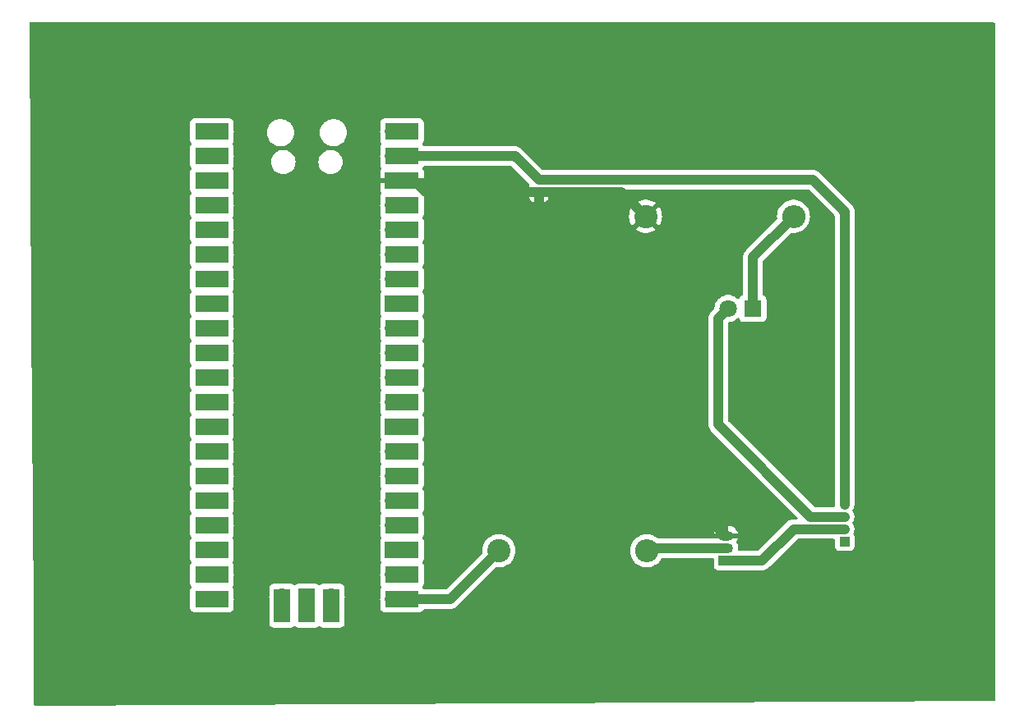
<source format=gbr>
%TF.GenerationSoftware,KiCad,Pcbnew,8.0.0*%
%TF.CreationDate,2024-03-31T23:04:21-03:00*%
%TF.ProjectId,pcb-atividade,7063622d-6174-4697-9669-646164652e6b,rev?*%
%TF.SameCoordinates,Original*%
%TF.FileFunction,Copper,L1,Top*%
%TF.FilePolarity,Positive*%
%FSLAX46Y46*%
G04 Gerber Fmt 4.6, Leading zero omitted, Abs format (unit mm)*
G04 Created by KiCad (PCBNEW 8.0.0) date 2024-03-31 23:04:21*
%MOMM*%
%LPD*%
G01*
G04 APERTURE LIST*
%TA.AperFunction,ComponentPad*%
%ADD10C,2.400000*%
%TD*%
%TA.AperFunction,ComponentPad*%
%ADD11O,2.400000X2.400000*%
%TD*%
%TA.AperFunction,ComponentPad*%
%ADD12O,1.700000X1.700000*%
%TD*%
%TA.AperFunction,SMDPad,CuDef*%
%ADD13R,3.500000X1.700000*%
%TD*%
%TA.AperFunction,ComponentPad*%
%ADD14R,1.700000X1.700000*%
%TD*%
%TA.AperFunction,SMDPad,CuDef*%
%ADD15R,1.700000X3.500000*%
%TD*%
%TA.AperFunction,ComponentPad*%
%ADD16R,1.500000X1.050000*%
%TD*%
%TA.AperFunction,ComponentPad*%
%ADD17O,1.500000X1.050000*%
%TD*%
%TA.AperFunction,ComponentPad*%
%ADD18R,1.000000X1.000000*%
%TD*%
%TA.AperFunction,ComponentPad*%
%ADD19O,1.000000X1.000000*%
%TD*%
%TA.AperFunction,ComponentPad*%
%ADD20R,1.800000X1.800000*%
%TD*%
%TA.AperFunction,ComponentPad*%
%ADD21C,1.800000*%
%TD*%
%TA.AperFunction,Conductor*%
%ADD22C,1.000000*%
%TD*%
%TA.AperFunction,Conductor*%
%ADD23C,0.200000*%
%TD*%
G04 APERTURE END LIST*
D10*
%TO.P,R1,1*%
%TO.N,GND*%
X126000000Y-59000000D03*
D11*
%TO.P,R1,2*%
%TO.N,Net-(D1-K)*%
X141240000Y-59000000D03*
%TD*%
D10*
%TO.P,R2,1*%
%TO.N,GPIO16*%
X110880000Y-93500000D03*
D11*
%TO.P,R2,2*%
%TO.N,Net-(J3-Pin_2)*%
X126120000Y-93500000D03*
%TD*%
D12*
%TO.P,U1,1,GPIO0*%
%TO.N,unconnected-(U1-GPIO0-Pad1)*%
X82220000Y-50240000D03*
D13*
X81320000Y-50240000D03*
D12*
%TO.P,U1,2,GPIO1*%
%TO.N,unconnected-(U1-GPIO1-Pad2)*%
X82220000Y-52780000D03*
D13*
X81320000Y-52780000D03*
D14*
%TO.P,U1,3,GND*%
%TO.N,unconnected-(U1-GND-Pad3)*%
X82220000Y-55320000D03*
D13*
X81320000Y-55320000D03*
D12*
%TO.P,U1,4,GPIO2*%
%TO.N,unconnected-(U1-GPIO2-Pad4)*%
X82220000Y-57860000D03*
D13*
X81320000Y-57860000D03*
D12*
%TO.P,U1,5,GPIO3*%
%TO.N,unconnected-(U1-GPIO3-Pad5)*%
X82220000Y-60400000D03*
D13*
X81320000Y-60400000D03*
D12*
%TO.P,U1,6,GPIO4*%
%TO.N,unconnected-(U1-GPIO4-Pad6)*%
X82220000Y-62940000D03*
D13*
X81320000Y-62940000D03*
D12*
%TO.P,U1,7,GPIO5*%
%TO.N,unconnected-(U1-GPIO5-Pad7)*%
X82220000Y-65480000D03*
D13*
X81320000Y-65480000D03*
D14*
%TO.P,U1,8,GND*%
%TO.N,unconnected-(U1-GND-Pad8)*%
X82220000Y-68020000D03*
D13*
X81320000Y-68020000D03*
D12*
%TO.P,U1,9,GPIO6*%
%TO.N,unconnected-(U1-GPIO6-Pad9)*%
X82220000Y-70560000D03*
D13*
X81320000Y-70560000D03*
D12*
%TO.P,U1,10,GPIO7*%
%TO.N,unconnected-(U1-GPIO7-Pad10)*%
X82220000Y-73100000D03*
D13*
X81320000Y-73100000D03*
D12*
%TO.P,U1,11,GPIO8*%
%TO.N,unconnected-(U1-GPIO8-Pad11)*%
X82220000Y-75640000D03*
D13*
X81320000Y-75640000D03*
D12*
%TO.P,U1,12,GPIO9*%
%TO.N,unconnected-(U1-GPIO9-Pad12)*%
X82220000Y-78180000D03*
D13*
X81320000Y-78180000D03*
D14*
%TO.P,U1,13,GND*%
%TO.N,unconnected-(U1-GND-Pad13)*%
X82220000Y-80720000D03*
D13*
X81320000Y-80720000D03*
D12*
%TO.P,U1,14,GPIO10*%
%TO.N,unconnected-(U1-GPIO10-Pad14)*%
X82220000Y-83260000D03*
D13*
X81320000Y-83260000D03*
D12*
%TO.P,U1,15,GPIO11*%
%TO.N,unconnected-(U1-GPIO11-Pad15)*%
X82220000Y-85800000D03*
D13*
X81320000Y-85800000D03*
D12*
%TO.P,U1,16,GPIO12*%
%TO.N,unconnected-(U1-GPIO12-Pad16)*%
X82220000Y-88340000D03*
D13*
X81320000Y-88340000D03*
D12*
%TO.P,U1,17,GPIO13*%
%TO.N,unconnected-(U1-GPIO13-Pad17)*%
X82220000Y-90880000D03*
D13*
X81320000Y-90880000D03*
D14*
%TO.P,U1,18,GND*%
%TO.N,unconnected-(U1-GND-Pad18)*%
X82220000Y-93420000D03*
D13*
X81320000Y-93420000D03*
D12*
%TO.P,U1,19,GPIO14*%
%TO.N,unconnected-(U1-GPIO14-Pad19)*%
X82220000Y-95960000D03*
D13*
X81320000Y-95960000D03*
D12*
%TO.P,U1,20,GPIO15*%
%TO.N,unconnected-(U1-GPIO15-Pad20)*%
X82220000Y-98500000D03*
D13*
X81320000Y-98500000D03*
D12*
%TO.P,U1,21,GPIO16*%
%TO.N,GPIO16*%
X100000000Y-98500000D03*
D13*
X100900000Y-98500000D03*
D12*
%TO.P,U1,22,GPIO17*%
%TO.N,unconnected-(U1-GPIO17-Pad22)*%
X100000000Y-95960000D03*
D13*
X100900000Y-95960000D03*
D14*
%TO.P,U1,23,GND*%
%TO.N,unconnected-(U1-GND-Pad23)*%
X100000000Y-93420000D03*
D13*
X100900000Y-93420000D03*
D12*
%TO.P,U1,24,GPIO18*%
%TO.N,unconnected-(U1-GPIO18-Pad24)*%
X100000000Y-90880000D03*
D13*
X100900000Y-90880000D03*
D12*
%TO.P,U1,25,GPIO19*%
%TO.N,unconnected-(U1-GPIO19-Pad25)*%
X100000000Y-88340000D03*
D13*
X100900000Y-88340000D03*
D12*
%TO.P,U1,26,GPIO20*%
%TO.N,unconnected-(U1-GPIO20-Pad26)*%
X100000000Y-85800000D03*
D13*
X100900000Y-85800000D03*
D12*
%TO.P,U1,27,GPIO21*%
%TO.N,unconnected-(U1-GPIO21-Pad27)*%
X100000000Y-83260000D03*
D13*
X100900000Y-83260000D03*
D14*
%TO.P,U1,28,GND*%
%TO.N,unconnected-(U1-GND-Pad28)*%
X100000000Y-80720000D03*
D13*
X100900000Y-80720000D03*
D12*
%TO.P,U1,29,GPIO22*%
%TO.N,unconnected-(U1-GPIO22-Pad29)*%
X100000000Y-78180000D03*
D13*
X100900000Y-78180000D03*
D12*
%TO.P,U1,30,RUN*%
%TO.N,unconnected-(U1-RUN-Pad30)*%
X100000000Y-75640000D03*
D13*
X100900000Y-75640000D03*
D12*
%TO.P,U1,31,GPIO26_ADC0*%
%TO.N,unconnected-(U1-GPIO26_ADC0-Pad31)*%
X100000000Y-73100000D03*
D13*
X100900000Y-73100000D03*
D12*
%TO.P,U1,32,GPIO27_ADC1*%
%TO.N,unconnected-(U1-GPIO27_ADC1-Pad32)*%
X100000000Y-70560000D03*
D13*
X100900000Y-70560000D03*
D14*
%TO.P,U1,33,AGND*%
%TO.N,unconnected-(U1-AGND-Pad33)*%
X100000000Y-68020000D03*
D13*
X100900000Y-68020000D03*
D12*
%TO.P,U1,34,GPIO28_ADC2*%
%TO.N,unconnected-(U1-GPIO28_ADC2-Pad34)*%
X100000000Y-65480000D03*
D13*
X100900000Y-65480000D03*
D12*
%TO.P,U1,35,ADC_VREF*%
%TO.N,unconnected-(U1-ADC_VREF-Pad35)*%
X100000000Y-62940000D03*
D13*
X100900000Y-62940000D03*
D12*
%TO.P,U1,36,3V3*%
%TO.N,unconnected-(U1-3V3-Pad36)*%
X100000000Y-60400000D03*
D13*
X100900000Y-60400000D03*
D12*
%TO.P,U1,37,3V3_EN*%
%TO.N,unconnected-(U1-3V3_EN-Pad37)*%
X100000000Y-57860000D03*
D13*
X100900000Y-57860000D03*
D14*
%TO.P,U1,38,GND*%
%TO.N,GND*%
X100000000Y-55320000D03*
D13*
X100900000Y-55320000D03*
D12*
%TO.P,U1,39,VSYS*%
%TO.N,VCC*%
X100000000Y-52780000D03*
D13*
X100900000Y-52780000D03*
D12*
%TO.P,U1,40,VBUS*%
%TO.N,unconnected-(U1-VBUS-Pad40)*%
X100000000Y-50240000D03*
D13*
X100900000Y-50240000D03*
D12*
%TO.P,U1,41,SWCLK*%
%TO.N,unconnected-(U1-SWCLK-Pad41)*%
X88570000Y-98270000D03*
D15*
X88570000Y-99170000D03*
D14*
%TO.P,U1,42,GND*%
%TO.N,unconnected-(U1-GND-Pad42)*%
X91110000Y-98270000D03*
D15*
X91110000Y-99170000D03*
D12*
%TO.P,U1,43,SWDIO*%
%TO.N,unconnected-(U1-SWDIO-Pad43)*%
X93650000Y-98270000D03*
D15*
X93650000Y-99170000D03*
%TD*%
D16*
%TO.P,Q1,1,C*%
%TO.N,Net-(J3-Pin_2)*%
X134275000Y-94500000D03*
D17*
%TO.P,Q1,2,B*%
X134275000Y-93230000D03*
%TO.P,Q1,3,E*%
%TO.N,GND*%
X134275000Y-91960000D03*
%TD*%
D18*
%TO.P,J3,1,Pin_1*%
%TO.N,VCC_Generic*%
X146500000Y-92530000D03*
D19*
%TO.P,J3,2,Pin_2*%
%TO.N,Net-(J3-Pin_2)*%
X146500000Y-91260000D03*
%TO.P,J3,3,Pin_3*%
%TO.N,VCC_Led*%
X146500000Y-89990000D03*
%TO.P,J3,4,Pin_4*%
%TO.N,VCC*%
X146500000Y-88720000D03*
%TD*%
D18*
%TO.P,J1,1,Pin_1*%
%TO.N,GND*%
X115000000Y-56500000D03*
D19*
%TO.P,J1,2,Pin_2*%
%TO.N,VCC*%
X115000000Y-55230000D03*
%TD*%
D20*
%TO.P,D1,1,K*%
%TO.N,Net-(D1-K)*%
X137040000Y-68500000D03*
D21*
%TO.P,D1,2,A*%
%TO.N,VCC_Led*%
X134500000Y-68500000D03*
%TD*%
D22*
%TO.N,Net-(D1-K)*%
X137040000Y-63200000D02*
X141240000Y-59000000D01*
X137040000Y-68500000D02*
X137040000Y-63200000D01*
%TO.N,VCC*%
X143230000Y-55230000D02*
X146500000Y-58500000D01*
X112550000Y-52780000D02*
X100000000Y-52780000D01*
X146500000Y-58500000D02*
X146500000Y-88720000D01*
X115000000Y-55230000D02*
X143230000Y-55230000D01*
X115000000Y-55230000D02*
X112550000Y-52780000D01*
D23*
%TO.N,GND*%
X100000000Y-55320000D02*
X101320000Y-55320000D01*
D22*
X115000000Y-56500000D02*
X115000000Y-72685000D01*
X115000000Y-56500000D02*
X123500000Y-56500000D01*
X103350000Y-56500000D02*
X102170000Y-55320000D01*
X115000000Y-56500000D02*
X103350000Y-56500000D01*
X123500000Y-56500000D02*
X126000000Y-59000000D01*
X115000000Y-72685000D02*
X134275000Y-91960000D01*
X102170000Y-55320000D02*
X100000000Y-55320000D01*
%TO.N,VCC_Led*%
X146500000Y-89990000D02*
X142990000Y-89990000D01*
X133500000Y-69500000D02*
X134500000Y-68500000D01*
X142990000Y-89990000D02*
X133500000Y-80500000D01*
X133500000Y-80500000D02*
X133500000Y-69500000D01*
%TO.N,GPIO16*%
X105880000Y-98500000D02*
X110880000Y-93500000D01*
X100000000Y-98500000D02*
X105880000Y-98500000D01*
D23*
%TO.N,Net-(J3-Pin_2)*%
X126390000Y-93230000D02*
X126120000Y-93500000D01*
D22*
X134275000Y-93230000D02*
X126390000Y-93230000D01*
X146500000Y-91260000D02*
X141240000Y-91260000D01*
X141240000Y-91260000D02*
X138000000Y-94500000D01*
X138000000Y-94500000D02*
X134275000Y-94500000D01*
%TD*%
%TA.AperFunction,Conductor*%
%TO.N,GND*%
G36*
X161943039Y-39019685D02*
G01*
X161988794Y-39072489D01*
X162000000Y-39124000D01*
X162000000Y-108876625D01*
X161980315Y-108943664D01*
X161927511Y-108989419D01*
X161876626Y-109000623D01*
X63123745Y-109499375D01*
X63056607Y-109480030D01*
X63010586Y-109427457D01*
X62999122Y-109376256D01*
X62996378Y-108989419D01*
X62928353Y-99397870D01*
X79069500Y-99397870D01*
X79069501Y-99397876D01*
X79075908Y-99457483D01*
X79126202Y-99592328D01*
X79126206Y-99592335D01*
X79212452Y-99707544D01*
X79212455Y-99707547D01*
X79327664Y-99793793D01*
X79327671Y-99793797D01*
X79462517Y-99844091D01*
X79462516Y-99844091D01*
X79469444Y-99844835D01*
X79522127Y-99850500D01*
X82155611Y-99850499D01*
X82166419Y-99850971D01*
X82219999Y-99855659D01*
X82220000Y-99855659D01*
X82220001Y-99855659D01*
X82273580Y-99850971D01*
X82284388Y-99850499D01*
X83117871Y-99850499D01*
X83117872Y-99850499D01*
X83177483Y-99844091D01*
X83312331Y-99793796D01*
X83427546Y-99707546D01*
X83513796Y-99592331D01*
X83564091Y-99457483D01*
X83570500Y-99397873D01*
X83570499Y-98564383D01*
X83570971Y-98553576D01*
X83575659Y-98500000D01*
X83575659Y-98499999D01*
X83570971Y-98446421D01*
X83570499Y-98435613D01*
X83570499Y-98270001D01*
X87214341Y-98270001D01*
X87219028Y-98323574D01*
X87219500Y-98334381D01*
X87219500Y-100967870D01*
X87219501Y-100967876D01*
X87225908Y-101027483D01*
X87276202Y-101162328D01*
X87276206Y-101162335D01*
X87362452Y-101277544D01*
X87362455Y-101277547D01*
X87477664Y-101363793D01*
X87477671Y-101363797D01*
X87612517Y-101414091D01*
X87612516Y-101414091D01*
X87619444Y-101414835D01*
X87672127Y-101420500D01*
X89467872Y-101420499D01*
X89527483Y-101414091D01*
X89662331Y-101363796D01*
X89765690Y-101286421D01*
X89831152Y-101262004D01*
X89899425Y-101276855D01*
X89914303Y-101286416D01*
X90017665Y-101363793D01*
X90017668Y-101363795D01*
X90017671Y-101363797D01*
X90152517Y-101414091D01*
X90152516Y-101414091D01*
X90159444Y-101414835D01*
X90212127Y-101420500D01*
X92007872Y-101420499D01*
X92067483Y-101414091D01*
X92202331Y-101363796D01*
X92305690Y-101286421D01*
X92371152Y-101262004D01*
X92439425Y-101276855D01*
X92454303Y-101286416D01*
X92557665Y-101363793D01*
X92557668Y-101363795D01*
X92557671Y-101363797D01*
X92692517Y-101414091D01*
X92692516Y-101414091D01*
X92699444Y-101414835D01*
X92752127Y-101420500D01*
X94547872Y-101420499D01*
X94607483Y-101414091D01*
X94742331Y-101363796D01*
X94857546Y-101277546D01*
X94943796Y-101162331D01*
X94994091Y-101027483D01*
X95000500Y-100967873D01*
X95000499Y-98500002D01*
X98644341Y-98500002D01*
X98649028Y-98553576D01*
X98649500Y-98564383D01*
X98649500Y-99397870D01*
X98649501Y-99397876D01*
X98655908Y-99457483D01*
X98706202Y-99592328D01*
X98706206Y-99592335D01*
X98792452Y-99707544D01*
X98792455Y-99707547D01*
X98907664Y-99793793D01*
X98907671Y-99793797D01*
X99042517Y-99844091D01*
X99042516Y-99844091D01*
X99049444Y-99844835D01*
X99102127Y-99850500D01*
X99935616Y-99850499D01*
X99946425Y-99850971D01*
X100000000Y-99855659D01*
X100053575Y-99850971D01*
X100064384Y-99850499D01*
X102697871Y-99850499D01*
X102697872Y-99850499D01*
X102757483Y-99844091D01*
X102892331Y-99793796D01*
X103007546Y-99707546D01*
X103093796Y-99592331D01*
X103097960Y-99581165D01*
X103139829Y-99525234D01*
X103205293Y-99500816D01*
X103214141Y-99500500D01*
X105978543Y-99500500D01*
X106075175Y-99481278D01*
X106123493Y-99471667D01*
X106171836Y-99462051D01*
X106225165Y-99439961D01*
X106353914Y-99386632D01*
X106517782Y-99277139D01*
X106657139Y-99137782D01*
X106657140Y-99137779D01*
X106664206Y-99130714D01*
X106664209Y-99130710D01*
X110570871Y-95224047D01*
X110632192Y-95190564D01*
X110677032Y-95189115D01*
X110716205Y-95195019D01*
X110752565Y-95200500D01*
X111007435Y-95200500D01*
X111259458Y-95162513D01*
X111503004Y-95087389D01*
X111732634Y-94976805D01*
X111943217Y-94833232D01*
X112130050Y-94659877D01*
X112288959Y-94460612D01*
X112416393Y-94239888D01*
X112509508Y-94002637D01*
X112566222Y-93754157D01*
X112574384Y-93645232D01*
X112585268Y-93500004D01*
X112585268Y-93499995D01*
X112566222Y-93245845D01*
X112541489Y-93137483D01*
X112509508Y-92997363D01*
X112416393Y-92760112D01*
X112288959Y-92539388D01*
X112130050Y-92340123D01*
X111943217Y-92166768D01*
X111732634Y-92023195D01*
X111732630Y-92023193D01*
X111732627Y-92023191D01*
X111732626Y-92023190D01*
X111503006Y-91912612D01*
X111503008Y-91912612D01*
X111259466Y-91837489D01*
X111259462Y-91837488D01*
X111259458Y-91837487D01*
X111138231Y-91819214D01*
X111007440Y-91799500D01*
X111007435Y-91799500D01*
X110752565Y-91799500D01*
X110752559Y-91799500D01*
X110595609Y-91823157D01*
X110500542Y-91837487D01*
X110500539Y-91837488D01*
X110500533Y-91837489D01*
X110256992Y-91912612D01*
X110027373Y-92023190D01*
X110027372Y-92023191D01*
X109816782Y-92166768D01*
X109629952Y-92340121D01*
X109629950Y-92340123D01*
X109471041Y-92539388D01*
X109343608Y-92760109D01*
X109250492Y-92997362D01*
X109250490Y-92997369D01*
X109193777Y-93245845D01*
X109174732Y-93499995D01*
X109174732Y-93500004D01*
X109190721Y-93713382D01*
X109176101Y-93781705D01*
X109154749Y-93810329D01*
X105501899Y-97463181D01*
X105440576Y-97496666D01*
X105414218Y-97499500D01*
X103214141Y-97499500D01*
X103147102Y-97479815D01*
X103101347Y-97427011D01*
X103097969Y-97418859D01*
X103093796Y-97407669D01*
X103016421Y-97304309D01*
X102992004Y-97238848D01*
X103006855Y-97170575D01*
X103016416Y-97155696D01*
X103093796Y-97052331D01*
X103144091Y-96917483D01*
X103150500Y-96857873D01*
X103150499Y-95062128D01*
X103144091Y-95002517D01*
X103134502Y-94976808D01*
X103093797Y-94867671D01*
X103093795Y-94867668D01*
X103068016Y-94833232D01*
X103016421Y-94764309D01*
X102992004Y-94698848D01*
X103006855Y-94630575D01*
X103016416Y-94615696D01*
X103093796Y-94512331D01*
X103144091Y-94377483D01*
X103150500Y-94317873D01*
X103150499Y-92522128D01*
X103144091Y-92462517D01*
X103098440Y-92340121D01*
X103093797Y-92327671D01*
X103093795Y-92327668D01*
X103016421Y-92224309D01*
X102992004Y-92158848D01*
X103006855Y-92090575D01*
X103016416Y-92075696D01*
X103093796Y-91972331D01*
X103144091Y-91837483D01*
X103150500Y-91777873D01*
X103150499Y-89982128D01*
X103144091Y-89922517D01*
X103116671Y-89849001D01*
X103093797Y-89787671D01*
X103093795Y-89787668D01*
X103016421Y-89684309D01*
X102992004Y-89618848D01*
X103006855Y-89550575D01*
X103016416Y-89535696D01*
X103093796Y-89432331D01*
X103144091Y-89297483D01*
X103150500Y-89237873D01*
X103150499Y-87442128D01*
X103144091Y-87382517D01*
X103093796Y-87247669D01*
X103016421Y-87144309D01*
X102992004Y-87078848D01*
X103006855Y-87010575D01*
X103016416Y-86995696D01*
X103093796Y-86892331D01*
X103144091Y-86757483D01*
X103150500Y-86697873D01*
X103150499Y-84902128D01*
X103144091Y-84842517D01*
X103093796Y-84707669D01*
X103016421Y-84604309D01*
X102992004Y-84538848D01*
X103006855Y-84470575D01*
X103016416Y-84455696D01*
X103093796Y-84352331D01*
X103144091Y-84217483D01*
X103150500Y-84157873D01*
X103150499Y-82362128D01*
X103144091Y-82302517D01*
X103093796Y-82167669D01*
X103016421Y-82064309D01*
X102992004Y-81998848D01*
X103006855Y-81930575D01*
X103016416Y-81915696D01*
X103093796Y-81812331D01*
X103144091Y-81677483D01*
X103150500Y-81617873D01*
X103150499Y-79822128D01*
X103144091Y-79762517D01*
X103093796Y-79627669D01*
X103016421Y-79524309D01*
X102992004Y-79458848D01*
X103006855Y-79390575D01*
X103016416Y-79375696D01*
X103093796Y-79272331D01*
X103144091Y-79137483D01*
X103150500Y-79077873D01*
X103150499Y-77282128D01*
X103144091Y-77222517D01*
X103093796Y-77087669D01*
X103016421Y-76984309D01*
X102992004Y-76918848D01*
X103006855Y-76850575D01*
X103016416Y-76835696D01*
X103093796Y-76732331D01*
X103144091Y-76597483D01*
X103150500Y-76537873D01*
X103150499Y-74742128D01*
X103144091Y-74682517D01*
X103093796Y-74547669D01*
X103016421Y-74444309D01*
X102992004Y-74378848D01*
X103006855Y-74310575D01*
X103016416Y-74295696D01*
X103093796Y-74192331D01*
X103144091Y-74057483D01*
X103150500Y-73997873D01*
X103150499Y-72202128D01*
X103144091Y-72142517D01*
X103093796Y-72007669D01*
X103016421Y-71904309D01*
X102992004Y-71838848D01*
X103006855Y-71770575D01*
X103016416Y-71755696D01*
X103093796Y-71652331D01*
X103144091Y-71517483D01*
X103150500Y-71457873D01*
X103150499Y-69662128D01*
X103144091Y-69602517D01*
X103130281Y-69565491D01*
X103093797Y-69467671D01*
X103093795Y-69467668D01*
X103078984Y-69447883D01*
X103016421Y-69364309D01*
X102992004Y-69298848D01*
X103006855Y-69230575D01*
X103016416Y-69215696D01*
X103093796Y-69112331D01*
X103144091Y-68977483D01*
X103150500Y-68917873D01*
X103150499Y-67122128D01*
X103144091Y-67062517D01*
X103127192Y-67017209D01*
X103093797Y-66927671D01*
X103093795Y-66927668D01*
X103016421Y-66824309D01*
X102992004Y-66758848D01*
X103006855Y-66690575D01*
X103016416Y-66675696D01*
X103093796Y-66572331D01*
X103144091Y-66437483D01*
X103150500Y-66377873D01*
X103150499Y-64582128D01*
X103144091Y-64522517D01*
X103093796Y-64387669D01*
X103016421Y-64284309D01*
X102992004Y-64218848D01*
X103006855Y-64150575D01*
X103016416Y-64135696D01*
X103093796Y-64032331D01*
X103144091Y-63897483D01*
X103150500Y-63837873D01*
X103150499Y-62042128D01*
X103144091Y-61982517D01*
X103093796Y-61847669D01*
X103016421Y-61744309D01*
X102992004Y-61678848D01*
X103006855Y-61610575D01*
X103016416Y-61595696D01*
X103093796Y-61492331D01*
X103144091Y-61357483D01*
X103150500Y-61297873D01*
X103150499Y-59502128D01*
X103144091Y-59442517D01*
X103093796Y-59307669D01*
X103016421Y-59204309D01*
X102992004Y-59138848D01*
X103006855Y-59070575D01*
X103016416Y-59055696D01*
X103058108Y-59000004D01*
X124295233Y-59000004D01*
X124314273Y-59254079D01*
X124370968Y-59502477D01*
X124370973Y-59502494D01*
X124464058Y-59739671D01*
X124464057Y-59739671D01*
X124591454Y-59960327D01*
X124591461Y-59960338D01*
X124633452Y-60012991D01*
X124633453Y-60012992D01*
X125435387Y-59211058D01*
X125440889Y-59231591D01*
X125519881Y-59368408D01*
X125631592Y-59480119D01*
X125768409Y-59559111D01*
X125788940Y-59564612D01*
X124986813Y-60366738D01*
X125147616Y-60476371D01*
X125147624Y-60476376D01*
X125377176Y-60586921D01*
X125377174Y-60586921D01*
X125620652Y-60662024D01*
X125620658Y-60662026D01*
X125872595Y-60699999D01*
X125872604Y-60700000D01*
X126127396Y-60700000D01*
X126127404Y-60699999D01*
X126379341Y-60662026D01*
X126379347Y-60662024D01*
X126622824Y-60586921D01*
X126852376Y-60476376D01*
X126852377Y-60476375D01*
X127013185Y-60366738D01*
X126211060Y-59564612D01*
X126231591Y-59559111D01*
X126368408Y-59480119D01*
X126480119Y-59368408D01*
X126559111Y-59231591D01*
X126564612Y-59211059D01*
X127366544Y-60012992D01*
X127366546Y-60012991D01*
X127408544Y-59960330D01*
X127535941Y-59739671D01*
X127629026Y-59502494D01*
X127629031Y-59502477D01*
X127685726Y-59254079D01*
X127704767Y-59000004D01*
X127704767Y-58999995D01*
X127685726Y-58745920D01*
X127629031Y-58497522D01*
X127629026Y-58497505D01*
X127535941Y-58260328D01*
X127535942Y-58260328D01*
X127408545Y-58039672D01*
X127366545Y-57987006D01*
X126564612Y-58788939D01*
X126559111Y-58768409D01*
X126480119Y-58631592D01*
X126368408Y-58519881D01*
X126231591Y-58440889D01*
X126211059Y-58435387D01*
X127013185Y-57633260D01*
X126852384Y-57523628D01*
X126852376Y-57523623D01*
X126622823Y-57413078D01*
X126622825Y-57413078D01*
X126379347Y-57337975D01*
X126379341Y-57337973D01*
X126127404Y-57300000D01*
X125872595Y-57300000D01*
X125620658Y-57337973D01*
X125620652Y-57337975D01*
X125377175Y-57413078D01*
X125147622Y-57523625D01*
X125147609Y-57523632D01*
X124986813Y-57633259D01*
X125788941Y-58435387D01*
X125768409Y-58440889D01*
X125631592Y-58519881D01*
X125519881Y-58631592D01*
X125440889Y-58768409D01*
X125435387Y-58788940D01*
X124633452Y-57987006D01*
X124591457Y-58039667D01*
X124464058Y-58260328D01*
X124370973Y-58497505D01*
X124370968Y-58497522D01*
X124314273Y-58745920D01*
X124295233Y-58999995D01*
X124295233Y-59000004D01*
X103058108Y-59000004D01*
X103093796Y-58952331D01*
X103144091Y-58817483D01*
X103150500Y-58757873D01*
X103150499Y-56962128D01*
X103144091Y-56902517D01*
X103093796Y-56767669D01*
X103080569Y-56750000D01*
X114000000Y-56750000D01*
X114000000Y-57047844D01*
X114006401Y-57107372D01*
X114006403Y-57107379D01*
X114056645Y-57242086D01*
X114056649Y-57242093D01*
X114142809Y-57357187D01*
X114142812Y-57357190D01*
X114257906Y-57443350D01*
X114257913Y-57443354D01*
X114392620Y-57493596D01*
X114392627Y-57493598D01*
X114452155Y-57499999D01*
X114452172Y-57500000D01*
X114750000Y-57500000D01*
X114750000Y-56750000D01*
X114000000Y-56750000D01*
X103080569Y-56750000D01*
X103016109Y-56663893D01*
X102991692Y-56598430D01*
X103006543Y-56530157D01*
X103016110Y-56515271D01*
X103093352Y-56412089D01*
X103093354Y-56412086D01*
X103143596Y-56277379D01*
X103143598Y-56277372D01*
X103149999Y-56217844D01*
X103150000Y-56217827D01*
X103150000Y-55570000D01*
X100444560Y-55570000D01*
X100475245Y-55516853D01*
X100510000Y-55387143D01*
X100510000Y-55252857D01*
X100475245Y-55123147D01*
X100444560Y-55070000D01*
X103150000Y-55070000D01*
X103150000Y-54422172D01*
X103149999Y-54422155D01*
X103143598Y-54362627D01*
X103143596Y-54362620D01*
X103093354Y-54227913D01*
X103093352Y-54227910D01*
X103016110Y-54124729D01*
X102991692Y-54059265D01*
X103006543Y-53990992D01*
X103016105Y-53976111D01*
X103093796Y-53872331D01*
X103097960Y-53861165D01*
X103139829Y-53805234D01*
X103205293Y-53780816D01*
X103214141Y-53780500D01*
X112084218Y-53780500D01*
X112151257Y-53800185D01*
X112171899Y-53816819D01*
X114015603Y-55660523D01*
X114049088Y-55721846D01*
X114044104Y-55791536D01*
X114006403Y-55892617D01*
X114006401Y-55892627D01*
X114000000Y-55952155D01*
X114000000Y-56250000D01*
X114790382Y-56250000D01*
X114739936Y-56300446D01*
X114697149Y-56374555D01*
X114675000Y-56457213D01*
X114675000Y-56542787D01*
X114697149Y-56625445D01*
X114739936Y-56699554D01*
X114800446Y-56760064D01*
X114874555Y-56802851D01*
X114957213Y-56825000D01*
X115042787Y-56825000D01*
X115125445Y-56802851D01*
X115199554Y-56760064D01*
X115209618Y-56750000D01*
X115250000Y-56750000D01*
X115250000Y-57500000D01*
X115547828Y-57500000D01*
X115547844Y-57499999D01*
X115607372Y-57493598D01*
X115607379Y-57493596D01*
X115742086Y-57443354D01*
X115742093Y-57443350D01*
X115857187Y-57357190D01*
X115857190Y-57357187D01*
X115943350Y-57242093D01*
X115943354Y-57242086D01*
X115993596Y-57107379D01*
X115993598Y-57107372D01*
X115999999Y-57047844D01*
X116000000Y-57047827D01*
X116000000Y-56750000D01*
X115250000Y-56750000D01*
X115209618Y-56750000D01*
X115260064Y-56699554D01*
X115302851Y-56625445D01*
X115325000Y-56542787D01*
X115325000Y-56457213D01*
X115302851Y-56374555D01*
X115260064Y-56300446D01*
X115209618Y-56250000D01*
X116013983Y-56250000D01*
X116044504Y-56233334D01*
X116070862Y-56230500D01*
X142764218Y-56230500D01*
X142831257Y-56250185D01*
X142851899Y-56266819D01*
X145463181Y-58878101D01*
X145496666Y-58939424D01*
X145499500Y-58965782D01*
X145499500Y-88664754D01*
X145498903Y-88676907D01*
X145494659Y-88719999D01*
X145498903Y-88763090D01*
X145499500Y-88775244D01*
X145499500Y-88818540D01*
X145504029Y-88841311D01*
X145497800Y-88910902D01*
X145454936Y-88966079D01*
X145389046Y-88989322D01*
X145382411Y-88989500D01*
X143455783Y-88989500D01*
X143388744Y-88969815D01*
X143368102Y-88953181D01*
X134536819Y-80121898D01*
X134503334Y-80060575D01*
X134500500Y-80034217D01*
X134500500Y-70024224D01*
X134520185Y-69957185D01*
X134572989Y-69911430D01*
X134611015Y-69901497D01*
X134610990Y-69901344D01*
X134612683Y-69901061D01*
X134614274Y-69900646D01*
X134616033Y-69900500D01*
X134616049Y-69900500D01*
X134844981Y-69862298D01*
X135064503Y-69786936D01*
X135268626Y-69676470D01*
X135287052Y-69662129D01*
X135411212Y-69565491D01*
X135451784Y-69533913D01*
X135460130Y-69524846D01*
X135520010Y-69488854D01*
X135589849Y-69490949D01*
X135647468Y-69530469D01*
X135667544Y-69565491D01*
X135696203Y-69642330D01*
X135696206Y-69642335D01*
X135782452Y-69757544D01*
X135782455Y-69757547D01*
X135897664Y-69843793D01*
X135897671Y-69843797D01*
X136032517Y-69894091D01*
X136032516Y-69894091D01*
X136039444Y-69894835D01*
X136092127Y-69900500D01*
X137987872Y-69900499D01*
X138047483Y-69894091D01*
X138182331Y-69843796D01*
X138297546Y-69757546D01*
X138383796Y-69642331D01*
X138434091Y-69507483D01*
X138440500Y-69447873D01*
X138440499Y-67552128D01*
X138434091Y-67492517D01*
X138424233Y-67466087D01*
X138383797Y-67357671D01*
X138383793Y-67357664D01*
X138297547Y-67242455D01*
X138297544Y-67242452D01*
X138182335Y-67156206D01*
X138182328Y-67156202D01*
X138121167Y-67133391D01*
X138065233Y-67091520D01*
X138040816Y-67026056D01*
X138040500Y-67017209D01*
X138040500Y-63665781D01*
X138060185Y-63598742D01*
X138076814Y-63578105D01*
X140930871Y-60724047D01*
X140992192Y-60690564D01*
X141037032Y-60689115D01*
X141076205Y-60695019D01*
X141112565Y-60700500D01*
X141367435Y-60700500D01*
X141619458Y-60662513D01*
X141863004Y-60587389D01*
X142092634Y-60476805D01*
X142303217Y-60333232D01*
X142490050Y-60159877D01*
X142648959Y-59960612D01*
X142776393Y-59739888D01*
X142869508Y-59502637D01*
X142926222Y-59254157D01*
X142945268Y-59000000D01*
X142926222Y-58745843D01*
X142869508Y-58497363D01*
X142776393Y-58260112D01*
X142648959Y-58039388D01*
X142490050Y-57840123D01*
X142303217Y-57666768D01*
X142092634Y-57523195D01*
X142092630Y-57523193D01*
X142092627Y-57523191D01*
X142092626Y-57523190D01*
X141863006Y-57412612D01*
X141863008Y-57412612D01*
X141619466Y-57337489D01*
X141619462Y-57337488D01*
X141619458Y-57337487D01*
X141498231Y-57319214D01*
X141367440Y-57299500D01*
X141367435Y-57299500D01*
X141112565Y-57299500D01*
X141112559Y-57299500D01*
X140955609Y-57323157D01*
X140860542Y-57337487D01*
X140860539Y-57337488D01*
X140860533Y-57337489D01*
X140616992Y-57412612D01*
X140387373Y-57523190D01*
X140387372Y-57523191D01*
X140176782Y-57666768D01*
X139989952Y-57840121D01*
X139989950Y-57840123D01*
X139831041Y-58039388D01*
X139703608Y-58260109D01*
X139610492Y-58497362D01*
X139610490Y-58497369D01*
X139553777Y-58745845D01*
X139534732Y-58999995D01*
X139534732Y-59000004D01*
X139550721Y-59213382D01*
X139536101Y-59281705D01*
X139514749Y-59310329D01*
X137527215Y-61297864D01*
X136402221Y-62422858D01*
X136402218Y-62422861D01*
X136332538Y-62492540D01*
X136262859Y-62562219D01*
X136153371Y-62726079D01*
X136153366Y-62726088D01*
X136105987Y-62840474D01*
X136077950Y-62908159D01*
X136077947Y-62908171D01*
X136058724Y-63004812D01*
X136039500Y-63101455D01*
X136039500Y-67017209D01*
X136019815Y-67084248D01*
X135967011Y-67130003D01*
X135958833Y-67133391D01*
X135897671Y-67156202D01*
X135897664Y-67156206D01*
X135782455Y-67242452D01*
X135782452Y-67242455D01*
X135696206Y-67357664D01*
X135696203Y-67357670D01*
X135667544Y-67434508D01*
X135625672Y-67490441D01*
X135560208Y-67514858D01*
X135491935Y-67500006D01*
X135460135Y-67475158D01*
X135451784Y-67466087D01*
X135451778Y-67466082D01*
X135451777Y-67466081D01*
X135268634Y-67323535D01*
X135268628Y-67323531D01*
X135064504Y-67213064D01*
X135064495Y-67213061D01*
X134844984Y-67137702D01*
X134654456Y-67105909D01*
X134616049Y-67099500D01*
X134383951Y-67099500D01*
X134345544Y-67105909D01*
X134155015Y-67137702D01*
X133935504Y-67213061D01*
X133935495Y-67213064D01*
X133731371Y-67323531D01*
X133731365Y-67323535D01*
X133548222Y-67466081D01*
X133548219Y-67466084D01*
X133548216Y-67466086D01*
X133548216Y-67466087D01*
X133503319Y-67514858D01*
X133391016Y-67636852D01*
X133264075Y-67831151D01*
X133170842Y-68043699D01*
X133113866Y-68268691D01*
X133113864Y-68268703D01*
X133099322Y-68444210D01*
X133074169Y-68509395D01*
X133063427Y-68521651D01*
X132862220Y-68722859D01*
X132862218Y-68722861D01*
X132792538Y-68792540D01*
X132722859Y-68862219D01*
X132613371Y-69026080D01*
X132613364Y-69026093D01*
X132567103Y-69137780D01*
X132567103Y-69137781D01*
X132537949Y-69208164D01*
X132534613Y-69224937D01*
X132499500Y-69401456D01*
X132499500Y-69401459D01*
X132499500Y-80598541D01*
X132499500Y-80598543D01*
X132499499Y-80598543D01*
X132537947Y-80791829D01*
X132537950Y-80791839D01*
X132613364Y-80973907D01*
X132613371Y-80973920D01*
X132722859Y-81137780D01*
X132722860Y-81137781D01*
X132722861Y-81137782D01*
X132862218Y-81277139D01*
X132862219Y-81277139D01*
X132869286Y-81284206D01*
X132869285Y-81284206D01*
X132869289Y-81284209D01*
X141632898Y-90047819D01*
X141666383Y-90109142D01*
X141661399Y-90178834D01*
X141619527Y-90234767D01*
X141554063Y-90259184D01*
X141545217Y-90259500D01*
X141141457Y-90259500D01*
X141092942Y-90269150D01*
X141068684Y-90273976D01*
X140948167Y-90297947D01*
X140948159Y-90297950D01*
X140894834Y-90320037D01*
X140894834Y-90320038D01*
X140862844Y-90333289D01*
X140766089Y-90373366D01*
X140766079Y-90373371D01*
X140602219Y-90482859D01*
X140536544Y-90548535D01*
X140462861Y-90622218D01*
X140462858Y-90622221D01*
X137621899Y-93463181D01*
X137560576Y-93496666D01*
X137534218Y-93499500D01*
X135643078Y-93499500D01*
X135576039Y-93479815D01*
X135530284Y-93427011D01*
X135520340Y-93357853D01*
X135521461Y-93351307D01*
X135525500Y-93331003D01*
X135525500Y-93128996D01*
X135525499Y-93128992D01*
X135499318Y-92997369D01*
X135486091Y-92930873D01*
X135408786Y-92744244D01*
X135354794Y-92663439D01*
X135333917Y-92596764D01*
X135352401Y-92529384D01*
X135354796Y-92525658D01*
X135408344Y-92445518D01*
X135408346Y-92445515D01*
X135485609Y-92258983D01*
X135485612Y-92258974D01*
X135495353Y-92210000D01*
X134640866Y-92210000D01*
X134616674Y-92207617D01*
X134601004Y-92204500D01*
X134601003Y-92204500D01*
X134560830Y-92204500D01*
X134575075Y-92190255D01*
X134624444Y-92104745D01*
X134650000Y-92009370D01*
X134650000Y-91910630D01*
X134624444Y-91815255D01*
X134575075Y-91729745D01*
X134555330Y-91710000D01*
X135495353Y-91710000D01*
X135485612Y-91661025D01*
X135485609Y-91661016D01*
X135408347Y-91474486D01*
X135408340Y-91474473D01*
X135296170Y-91306600D01*
X135296167Y-91306596D01*
X135153403Y-91163832D01*
X135153399Y-91163829D01*
X134985526Y-91051659D01*
X134985513Y-91051652D01*
X134798983Y-90974390D01*
X134798974Y-90974387D01*
X134600958Y-90935000D01*
X134525000Y-90935000D01*
X134525000Y-91679670D01*
X134505255Y-91659925D01*
X134419745Y-91610556D01*
X134324370Y-91585000D01*
X134225630Y-91585000D01*
X134130255Y-91610556D01*
X134044745Y-91659925D01*
X134025000Y-91679670D01*
X134025000Y-90935000D01*
X133949041Y-90935000D01*
X133751025Y-90974387D01*
X133751016Y-90974390D01*
X133564486Y-91051652D01*
X133564473Y-91051659D01*
X133396600Y-91163829D01*
X133396596Y-91163832D01*
X133253832Y-91306596D01*
X133253829Y-91306600D01*
X133141659Y-91474473D01*
X133141652Y-91474486D01*
X133064390Y-91661016D01*
X133064387Y-91661025D01*
X133054647Y-91710000D01*
X133994670Y-91710000D01*
X133974925Y-91729745D01*
X133925556Y-91815255D01*
X133900000Y-91910630D01*
X133900000Y-92009370D01*
X133925556Y-92104745D01*
X133974925Y-92190255D01*
X133989170Y-92204500D01*
X133948997Y-92204500D01*
X133948996Y-92204500D01*
X133933327Y-92207617D01*
X133909134Y-92210000D01*
X133037921Y-92210000D01*
X133018104Y-92223499D01*
X132979996Y-92229500D01*
X127299492Y-92229500D01*
X127232453Y-92209815D01*
X127215154Y-92196401D01*
X127183217Y-92166768D01*
X126972634Y-92023195D01*
X126972630Y-92023193D01*
X126972627Y-92023191D01*
X126972626Y-92023190D01*
X126743006Y-91912612D01*
X126743008Y-91912612D01*
X126499466Y-91837489D01*
X126499462Y-91837488D01*
X126499458Y-91837487D01*
X126378231Y-91819214D01*
X126247440Y-91799500D01*
X126247435Y-91799500D01*
X125992565Y-91799500D01*
X125992559Y-91799500D01*
X125835609Y-91823157D01*
X125740542Y-91837487D01*
X125740539Y-91837488D01*
X125740533Y-91837489D01*
X125496992Y-91912612D01*
X125267373Y-92023190D01*
X125267372Y-92023191D01*
X125056782Y-92166768D01*
X124869952Y-92340121D01*
X124869950Y-92340123D01*
X124711041Y-92539388D01*
X124583608Y-92760109D01*
X124490492Y-92997362D01*
X124490490Y-92997369D01*
X124433777Y-93245845D01*
X124414732Y-93499995D01*
X124414732Y-93500004D01*
X124433777Y-93754154D01*
X124440065Y-93781705D01*
X124490492Y-94002637D01*
X124579922Y-94230500D01*
X124583608Y-94239890D01*
X124589552Y-94250185D01*
X124711041Y-94460612D01*
X124869950Y-94659877D01*
X125056783Y-94833232D01*
X125267366Y-94976805D01*
X125267371Y-94976807D01*
X125267372Y-94976808D01*
X125267373Y-94976809D01*
X125389328Y-95035538D01*
X125496992Y-95087387D01*
X125496993Y-95087387D01*
X125496996Y-95087389D01*
X125740542Y-95162513D01*
X125992565Y-95200500D01*
X126247435Y-95200500D01*
X126499458Y-95162513D01*
X126743004Y-95087389D01*
X126972634Y-94976805D01*
X127183217Y-94833232D01*
X127370050Y-94659877D01*
X127528959Y-94460612D01*
X127626018Y-94292498D01*
X127676583Y-94244285D01*
X127733404Y-94230500D01*
X132900500Y-94230500D01*
X132967539Y-94250185D01*
X133013294Y-94302989D01*
X133024500Y-94354500D01*
X133024500Y-95072870D01*
X133024501Y-95072876D01*
X133030908Y-95132483D01*
X133081202Y-95267328D01*
X133081206Y-95267335D01*
X133167452Y-95382544D01*
X133167455Y-95382547D01*
X133282664Y-95468793D01*
X133282671Y-95468797D01*
X133417517Y-95519091D01*
X133417516Y-95519091D01*
X133424444Y-95519835D01*
X133477127Y-95525500D01*
X135072872Y-95525499D01*
X135132483Y-95519091D01*
X135161367Y-95508317D01*
X135204700Y-95500500D01*
X138098542Y-95500500D01*
X138117870Y-95496655D01*
X138195188Y-95481275D01*
X138291836Y-95462051D01*
X138345165Y-95439961D01*
X138473914Y-95386632D01*
X138637782Y-95277139D01*
X138777139Y-95137782D01*
X138777140Y-95137779D01*
X138784206Y-95130714D01*
X138784208Y-95130710D01*
X141618101Y-92296819D01*
X141679424Y-92263334D01*
X141705782Y-92260500D01*
X145375500Y-92260500D01*
X145442539Y-92280185D01*
X145488294Y-92332989D01*
X145499500Y-92384500D01*
X145499500Y-93077870D01*
X145499501Y-93077876D01*
X145505908Y-93137483D01*
X145556202Y-93272328D01*
X145556206Y-93272335D01*
X145642452Y-93387544D01*
X145642455Y-93387547D01*
X145757664Y-93473793D01*
X145757671Y-93473797D01*
X145892517Y-93524091D01*
X145892516Y-93524091D01*
X145899444Y-93524835D01*
X145952127Y-93530500D01*
X147047872Y-93530499D01*
X147107483Y-93524091D01*
X147242331Y-93473796D01*
X147357546Y-93387546D01*
X147443796Y-93272331D01*
X147494091Y-93137483D01*
X147500500Y-93077873D01*
X147500499Y-91982128D01*
X147494091Y-91922517D01*
X147490396Y-91912611D01*
X147443797Y-91787671D01*
X147443795Y-91787668D01*
X147437769Y-91779618D01*
X147413351Y-91714154D01*
X147426896Y-91650530D01*
X147426481Y-91650358D01*
X147427410Y-91648113D01*
X147427680Y-91646848D01*
X147428814Y-91644727D01*
X147441386Y-91603280D01*
X147445476Y-91591847D01*
X147462051Y-91551835D01*
X147470500Y-91509353D01*
X147473450Y-91497580D01*
X147486024Y-91456132D01*
X147490268Y-91413037D01*
X147492054Y-91400999D01*
X147500500Y-91358541D01*
X147500500Y-91315244D01*
X147501097Y-91303090D01*
X147505341Y-91260000D01*
X147501097Y-91216907D01*
X147500500Y-91204754D01*
X147500500Y-91161458D01*
X147498117Y-91149480D01*
X147492052Y-91118990D01*
X147490268Y-91106961D01*
X147486024Y-91063869D01*
X147482318Y-91051652D01*
X147473448Y-91022414D01*
X147470499Y-91010640D01*
X147462051Y-90968165D01*
X147445480Y-90928160D01*
X147441382Y-90916706D01*
X147430248Y-90880002D01*
X147428814Y-90875273D01*
X147408404Y-90837091D01*
X147403201Y-90826090D01*
X147386632Y-90786086D01*
X147362572Y-90750078D01*
X147356316Y-90739640D01*
X147335911Y-90701464D01*
X147332527Y-90696400D01*
X147334168Y-90695302D01*
X147310406Y-90639371D01*
X147322188Y-90570502D01*
X147332893Y-90553848D01*
X147332526Y-90553603D01*
X147335912Y-90548535D01*
X147342295Y-90536591D01*
X147356320Y-90510351D01*
X147362560Y-90499938D01*
X147386632Y-90463914D01*
X147403202Y-90423906D01*
X147408399Y-90412918D01*
X147428814Y-90374727D01*
X147441386Y-90333280D01*
X147445476Y-90321847D01*
X147462051Y-90281835D01*
X147470500Y-90239353D01*
X147473450Y-90227580D01*
X147486024Y-90186132D01*
X147490268Y-90143037D01*
X147492054Y-90130999D01*
X147500500Y-90088541D01*
X147500500Y-90045244D01*
X147501097Y-90033090D01*
X147505341Y-89990000D01*
X147501097Y-89946907D01*
X147500500Y-89934754D01*
X147500500Y-89891458D01*
X147498117Y-89879480D01*
X147492052Y-89848990D01*
X147490268Y-89836961D01*
X147486024Y-89793869D01*
X147484144Y-89787671D01*
X147473448Y-89752414D01*
X147470499Y-89740640D01*
X147462051Y-89698165D01*
X147445480Y-89658160D01*
X147441382Y-89646706D01*
X147428814Y-89605273D01*
X147408404Y-89567091D01*
X147403201Y-89556090D01*
X147394751Y-89535689D01*
X147386632Y-89516086D01*
X147362572Y-89480078D01*
X147356316Y-89469640D01*
X147335911Y-89431464D01*
X147332527Y-89426400D01*
X147334168Y-89425302D01*
X147310406Y-89369371D01*
X147322188Y-89300502D01*
X147332893Y-89283848D01*
X147332526Y-89283603D01*
X147335912Y-89278535D01*
X147342295Y-89266591D01*
X147356320Y-89240351D01*
X147362560Y-89229938D01*
X147386632Y-89193914D01*
X147403202Y-89153906D01*
X147408399Y-89142918D01*
X147428814Y-89104727D01*
X147441386Y-89063280D01*
X147445476Y-89051847D01*
X147462051Y-89011835D01*
X147470500Y-88969353D01*
X147473450Y-88957580D01*
X147486024Y-88916132D01*
X147490268Y-88873037D01*
X147492054Y-88860999D01*
X147495971Y-88841311D01*
X147500500Y-88818541D01*
X147500500Y-88775244D01*
X147501097Y-88763090D01*
X147505341Y-88720000D01*
X147501097Y-88676907D01*
X147500500Y-88664754D01*
X147500500Y-58401456D01*
X147462052Y-58208170D01*
X147462051Y-58208169D01*
X147462051Y-58208165D01*
X147462049Y-58208160D01*
X147386635Y-58026092D01*
X147386628Y-58026079D01*
X147277140Y-57862219D01*
X147210534Y-57795613D01*
X147137782Y-57722861D01*
X147137781Y-57722860D01*
X144014208Y-54599288D01*
X144014206Y-54599285D01*
X144014206Y-54599286D01*
X144007139Y-54592219D01*
X144007139Y-54592218D01*
X143867782Y-54452861D01*
X143867781Y-54452860D01*
X143867780Y-54452859D01*
X143703920Y-54343371D01*
X143703907Y-54343364D01*
X143566940Y-54286632D01*
X143521836Y-54267949D01*
X143521828Y-54267947D01*
X143401316Y-54243976D01*
X143377057Y-54239150D01*
X143328543Y-54229500D01*
X143328541Y-54229500D01*
X115465782Y-54229500D01*
X115398743Y-54209815D01*
X115378101Y-54193181D01*
X113331479Y-52146559D01*
X113331459Y-52146537D01*
X113187785Y-52002863D01*
X113187781Y-52002860D01*
X113023920Y-51893371D01*
X113023911Y-51893366D01*
X112951315Y-51863296D01*
X112895165Y-51840038D01*
X112841836Y-51817949D01*
X112841832Y-51817948D01*
X112841828Y-51817946D01*
X112745188Y-51798724D01*
X112648544Y-51779500D01*
X112648541Y-51779500D01*
X103214141Y-51779500D01*
X103147102Y-51759815D01*
X103101347Y-51707011D01*
X103097969Y-51698859D01*
X103093796Y-51687669D01*
X103016421Y-51584309D01*
X102992004Y-51518848D01*
X103006855Y-51450575D01*
X103016416Y-51435696D01*
X103093796Y-51332331D01*
X103144091Y-51197483D01*
X103150500Y-51137873D01*
X103150499Y-49342128D01*
X103144091Y-49282517D01*
X103110901Y-49193531D01*
X103093797Y-49147671D01*
X103093793Y-49147664D01*
X103007547Y-49032455D01*
X103007544Y-49032452D01*
X102892335Y-48946206D01*
X102892328Y-48946202D01*
X102757482Y-48895908D01*
X102757483Y-48895908D01*
X102697883Y-48889501D01*
X102697881Y-48889500D01*
X102697873Y-48889500D01*
X102697865Y-48889500D01*
X100064385Y-48889500D01*
X100053578Y-48889028D01*
X100000001Y-48884341D01*
X99999997Y-48884341D01*
X99946419Y-48889028D01*
X99935613Y-48889500D01*
X99102129Y-48889500D01*
X99102123Y-48889501D01*
X99042516Y-48895908D01*
X98907671Y-48946202D01*
X98907664Y-48946206D01*
X98792455Y-49032452D01*
X98792452Y-49032455D01*
X98706206Y-49147664D01*
X98706202Y-49147671D01*
X98655908Y-49282517D01*
X98650149Y-49336087D01*
X98649501Y-49342123D01*
X98649500Y-49342135D01*
X98649500Y-50175616D01*
X98649028Y-50186423D01*
X98644341Y-50239997D01*
X98644341Y-50240002D01*
X98649028Y-50293576D01*
X98649500Y-50304383D01*
X98649500Y-51137870D01*
X98649501Y-51137876D01*
X98655908Y-51197483D01*
X98706202Y-51332328D01*
X98706203Y-51332330D01*
X98783578Y-51435689D01*
X98807995Y-51501153D01*
X98793144Y-51569426D01*
X98783578Y-51584311D01*
X98706203Y-51687669D01*
X98706202Y-51687671D01*
X98655908Y-51822517D01*
X98649501Y-51882116D01*
X98649501Y-51882123D01*
X98649500Y-51882135D01*
X98649500Y-52715616D01*
X98649028Y-52726423D01*
X98644341Y-52779997D01*
X98644341Y-52780002D01*
X98649028Y-52833576D01*
X98649500Y-52844383D01*
X98649500Y-53677870D01*
X98649501Y-53677876D01*
X98655908Y-53737483D01*
X98706202Y-53872328D01*
X98706206Y-53872335D01*
X98783889Y-53976105D01*
X98808307Y-54041569D01*
X98793456Y-54109842D01*
X98783890Y-54124727D01*
X98706647Y-54227910D01*
X98706645Y-54227913D01*
X98656403Y-54362620D01*
X98656401Y-54362627D01*
X98650000Y-54422155D01*
X98650000Y-55070000D01*
X99555440Y-55070000D01*
X99524755Y-55123147D01*
X99490000Y-55252857D01*
X99490000Y-55387143D01*
X99524755Y-55516853D01*
X99555440Y-55570000D01*
X98650000Y-55570000D01*
X98650000Y-56217844D01*
X98656401Y-56277372D01*
X98656403Y-56277379D01*
X98706645Y-56412086D01*
X98706646Y-56412088D01*
X98783890Y-56515272D01*
X98808307Y-56580736D01*
X98793456Y-56649009D01*
X98783890Y-56663894D01*
X98706204Y-56767669D01*
X98706202Y-56767671D01*
X98655908Y-56902517D01*
X98649501Y-56962116D01*
X98649501Y-56962123D01*
X98649500Y-56962135D01*
X98649500Y-57795616D01*
X98649028Y-57806423D01*
X98644341Y-57859997D01*
X98644341Y-57860002D01*
X98649028Y-57913576D01*
X98649500Y-57924383D01*
X98649500Y-58757870D01*
X98649501Y-58757876D01*
X98655908Y-58817483D01*
X98706202Y-58952328D01*
X98706203Y-58952330D01*
X98783578Y-59055689D01*
X98807995Y-59121153D01*
X98793144Y-59189426D01*
X98783578Y-59204311D01*
X98706203Y-59307669D01*
X98706202Y-59307671D01*
X98655908Y-59442517D01*
X98651866Y-59480119D01*
X98649501Y-59502123D01*
X98649500Y-59502135D01*
X98649500Y-60335616D01*
X98649028Y-60346423D01*
X98644341Y-60399997D01*
X98644341Y-60400002D01*
X98649028Y-60453576D01*
X98649500Y-60464383D01*
X98649500Y-61297870D01*
X98649501Y-61297876D01*
X98655908Y-61357483D01*
X98706202Y-61492328D01*
X98706203Y-61492330D01*
X98783578Y-61595689D01*
X98807995Y-61661153D01*
X98793144Y-61729426D01*
X98783578Y-61744311D01*
X98706203Y-61847669D01*
X98706202Y-61847671D01*
X98655908Y-61982517D01*
X98649501Y-62042116D01*
X98649501Y-62042123D01*
X98649500Y-62042135D01*
X98649500Y-62875616D01*
X98649028Y-62886423D01*
X98644341Y-62939997D01*
X98644341Y-62940002D01*
X98649028Y-62993576D01*
X98649500Y-63004383D01*
X98649500Y-63837870D01*
X98649501Y-63837876D01*
X98655908Y-63897483D01*
X98706202Y-64032328D01*
X98706203Y-64032330D01*
X98783578Y-64135689D01*
X98807995Y-64201153D01*
X98793144Y-64269426D01*
X98783578Y-64284311D01*
X98706203Y-64387669D01*
X98706202Y-64387671D01*
X98655908Y-64522517D01*
X98649501Y-64582116D01*
X98649501Y-64582123D01*
X98649500Y-64582135D01*
X98649500Y-65415616D01*
X98649028Y-65426423D01*
X98644341Y-65479997D01*
X98644341Y-65480002D01*
X98649028Y-65533576D01*
X98649500Y-65544383D01*
X98649500Y-66377870D01*
X98649501Y-66377876D01*
X98655908Y-66437483D01*
X98706202Y-66572328D01*
X98706203Y-66572330D01*
X98783578Y-66675689D01*
X98807995Y-66741153D01*
X98793144Y-66809426D01*
X98783578Y-66824311D01*
X98706203Y-66927669D01*
X98706202Y-66927671D01*
X98655908Y-67062517D01*
X98649501Y-67122116D01*
X98649501Y-67122123D01*
X98649500Y-67122135D01*
X98649500Y-68917870D01*
X98649501Y-68917876D01*
X98655908Y-68977483D01*
X98706202Y-69112328D01*
X98706203Y-69112330D01*
X98783578Y-69215689D01*
X98807995Y-69281153D01*
X98793144Y-69349426D01*
X98783578Y-69364311D01*
X98706203Y-69467669D01*
X98706202Y-69467671D01*
X98655908Y-69602517D01*
X98649501Y-69662116D01*
X98649501Y-69662123D01*
X98649500Y-69662135D01*
X98649500Y-70495616D01*
X98649028Y-70506423D01*
X98644341Y-70559997D01*
X98644341Y-70560002D01*
X98649028Y-70613576D01*
X98649500Y-70624383D01*
X98649500Y-71457870D01*
X98649501Y-71457876D01*
X98655908Y-71517483D01*
X98706202Y-71652328D01*
X98706203Y-71652330D01*
X98783578Y-71755689D01*
X98807995Y-71821153D01*
X98793144Y-71889426D01*
X98783578Y-71904311D01*
X98706203Y-72007669D01*
X98706202Y-72007671D01*
X98655908Y-72142517D01*
X98649501Y-72202116D01*
X98649501Y-72202123D01*
X98649500Y-72202135D01*
X98649500Y-73035616D01*
X98649028Y-73046423D01*
X98644341Y-73099997D01*
X98644341Y-73100002D01*
X98649028Y-73153576D01*
X98649500Y-73164383D01*
X98649500Y-73997870D01*
X98649501Y-73997876D01*
X98655908Y-74057483D01*
X98706202Y-74192328D01*
X98706203Y-74192330D01*
X98783578Y-74295689D01*
X98807995Y-74361153D01*
X98793144Y-74429426D01*
X98783578Y-74444311D01*
X98706203Y-74547669D01*
X98706202Y-74547671D01*
X98655908Y-74682517D01*
X98649501Y-74742116D01*
X98649501Y-74742123D01*
X98649500Y-74742135D01*
X98649500Y-75575616D01*
X98649028Y-75586423D01*
X98644341Y-75639997D01*
X98644341Y-75640002D01*
X98649028Y-75693576D01*
X98649500Y-75704383D01*
X98649500Y-76537870D01*
X98649501Y-76537876D01*
X98655908Y-76597483D01*
X98706202Y-76732328D01*
X98706203Y-76732330D01*
X98783578Y-76835689D01*
X98807995Y-76901153D01*
X98793144Y-76969426D01*
X98783578Y-76984311D01*
X98706203Y-77087669D01*
X98706202Y-77087671D01*
X98655908Y-77222517D01*
X98649501Y-77282116D01*
X98649501Y-77282123D01*
X98649500Y-77282135D01*
X98649500Y-78115616D01*
X98649028Y-78126423D01*
X98644341Y-78179997D01*
X98644341Y-78180002D01*
X98649028Y-78233576D01*
X98649500Y-78244383D01*
X98649500Y-79077870D01*
X98649501Y-79077876D01*
X98655908Y-79137483D01*
X98706202Y-79272328D01*
X98706203Y-79272330D01*
X98783578Y-79375689D01*
X98807995Y-79441153D01*
X98793144Y-79509426D01*
X98783578Y-79524311D01*
X98706203Y-79627669D01*
X98706202Y-79627671D01*
X98655908Y-79762517D01*
X98649501Y-79822116D01*
X98649501Y-79822123D01*
X98649500Y-79822135D01*
X98649500Y-81617870D01*
X98649501Y-81617876D01*
X98655908Y-81677483D01*
X98706202Y-81812328D01*
X98706203Y-81812330D01*
X98783578Y-81915689D01*
X98807995Y-81981153D01*
X98793144Y-82049426D01*
X98783578Y-82064311D01*
X98706203Y-82167669D01*
X98706202Y-82167671D01*
X98655908Y-82302517D01*
X98649501Y-82362116D01*
X98649501Y-82362123D01*
X98649500Y-82362135D01*
X98649500Y-83195616D01*
X98649028Y-83206423D01*
X98644341Y-83259997D01*
X98644341Y-83260002D01*
X98649028Y-83313576D01*
X98649500Y-83324383D01*
X98649500Y-84157870D01*
X98649501Y-84157876D01*
X98655908Y-84217483D01*
X98706202Y-84352328D01*
X98706203Y-84352330D01*
X98783578Y-84455689D01*
X98807995Y-84521153D01*
X98793144Y-84589426D01*
X98783578Y-84604311D01*
X98706203Y-84707669D01*
X98706202Y-84707671D01*
X98655908Y-84842517D01*
X98649501Y-84902116D01*
X98649501Y-84902123D01*
X98649500Y-84902135D01*
X98649500Y-85735616D01*
X98649028Y-85746423D01*
X98644341Y-85799997D01*
X98644341Y-85800002D01*
X98649028Y-85853576D01*
X98649500Y-85864383D01*
X98649500Y-86697870D01*
X98649501Y-86697876D01*
X98655908Y-86757483D01*
X98706202Y-86892328D01*
X98706203Y-86892330D01*
X98783578Y-86995689D01*
X98807995Y-87061153D01*
X98793144Y-87129426D01*
X98783578Y-87144311D01*
X98706203Y-87247669D01*
X98706202Y-87247671D01*
X98655908Y-87382517D01*
X98649501Y-87442116D01*
X98649501Y-87442123D01*
X98649500Y-87442135D01*
X98649500Y-88275616D01*
X98649028Y-88286423D01*
X98644341Y-88339997D01*
X98644341Y-88340002D01*
X98649028Y-88393576D01*
X98649500Y-88404383D01*
X98649500Y-89237870D01*
X98649501Y-89237876D01*
X98655908Y-89297483D01*
X98706202Y-89432328D01*
X98706203Y-89432330D01*
X98783578Y-89535689D01*
X98807995Y-89601153D01*
X98793144Y-89669426D01*
X98783578Y-89684311D01*
X98706203Y-89787669D01*
X98706202Y-89787671D01*
X98655908Y-89922517D01*
X98649501Y-89982116D01*
X98649501Y-89982123D01*
X98649500Y-89982135D01*
X98649500Y-90815616D01*
X98649028Y-90826423D01*
X98644341Y-90879997D01*
X98644341Y-90880002D01*
X98649028Y-90933576D01*
X98649500Y-90944383D01*
X98649500Y-91777870D01*
X98649501Y-91777876D01*
X98655908Y-91837483D01*
X98706202Y-91972328D01*
X98706203Y-91972330D01*
X98783578Y-92075689D01*
X98807995Y-92141153D01*
X98793144Y-92209426D01*
X98783578Y-92224311D01*
X98706203Y-92327669D01*
X98706202Y-92327671D01*
X98655908Y-92462517D01*
X98649501Y-92522116D01*
X98649501Y-92522123D01*
X98649500Y-92522135D01*
X98649500Y-94317870D01*
X98649501Y-94317876D01*
X98655908Y-94377483D01*
X98706202Y-94512328D01*
X98706203Y-94512330D01*
X98783578Y-94615689D01*
X98807995Y-94681153D01*
X98793144Y-94749426D01*
X98783578Y-94764311D01*
X98706203Y-94867669D01*
X98706202Y-94867671D01*
X98655908Y-95002517D01*
X98649501Y-95062116D01*
X98649501Y-95062123D01*
X98649500Y-95062135D01*
X98649500Y-95895616D01*
X98649028Y-95906423D01*
X98644341Y-95959997D01*
X98644341Y-95960002D01*
X98649028Y-96013576D01*
X98649500Y-96024383D01*
X98649500Y-96857870D01*
X98649501Y-96857876D01*
X98655908Y-96917483D01*
X98706202Y-97052328D01*
X98706203Y-97052330D01*
X98783578Y-97155689D01*
X98807995Y-97221153D01*
X98793144Y-97289426D01*
X98783578Y-97304311D01*
X98706203Y-97407669D01*
X98706202Y-97407671D01*
X98655908Y-97542517D01*
X98649501Y-97602116D01*
X98649501Y-97602123D01*
X98649500Y-97602135D01*
X98649500Y-98435616D01*
X98649028Y-98446423D01*
X98644341Y-98499997D01*
X98644341Y-98500002D01*
X95000499Y-98500002D01*
X95000499Y-98334381D01*
X95000971Y-98323578D01*
X95005659Y-98270000D01*
X95005659Y-98269999D01*
X95000971Y-98216418D01*
X95000499Y-98205610D01*
X95000499Y-97372129D01*
X95000498Y-97372123D01*
X95000497Y-97372116D01*
X94994091Y-97312517D01*
X94991030Y-97304311D01*
X94943797Y-97177671D01*
X94943793Y-97177664D01*
X94857547Y-97062455D01*
X94857544Y-97062452D01*
X94742335Y-96976206D01*
X94742328Y-96976202D01*
X94607482Y-96925908D01*
X94607483Y-96925908D01*
X94547883Y-96919501D01*
X94547881Y-96919500D01*
X94547873Y-96919500D01*
X94547865Y-96919500D01*
X93714383Y-96919500D01*
X93703576Y-96919028D01*
X93650002Y-96914341D01*
X93649999Y-96914341D01*
X93614865Y-96917414D01*
X93596421Y-96919028D01*
X93585616Y-96919500D01*
X92752129Y-96919500D01*
X92752123Y-96919501D01*
X92692516Y-96925908D01*
X92557671Y-96976202D01*
X92557669Y-96976203D01*
X92454311Y-97053578D01*
X92388847Y-97077995D01*
X92320574Y-97063144D01*
X92305689Y-97053578D01*
X92202330Y-96976203D01*
X92202328Y-96976202D01*
X92067482Y-96925908D01*
X92067483Y-96925908D01*
X92007883Y-96919501D01*
X92007881Y-96919500D01*
X92007873Y-96919500D01*
X92007864Y-96919500D01*
X90212129Y-96919500D01*
X90212123Y-96919501D01*
X90152516Y-96925908D01*
X90017671Y-96976202D01*
X90017669Y-96976203D01*
X89914311Y-97053578D01*
X89848847Y-97077995D01*
X89780574Y-97063144D01*
X89765689Y-97053578D01*
X89662330Y-96976203D01*
X89662328Y-96976202D01*
X89527482Y-96925908D01*
X89527483Y-96925908D01*
X89467883Y-96919501D01*
X89467881Y-96919500D01*
X89467873Y-96919500D01*
X89467865Y-96919500D01*
X88634383Y-96919500D01*
X88623576Y-96919028D01*
X88570002Y-96914341D01*
X88569999Y-96914341D01*
X88534865Y-96917414D01*
X88516421Y-96919028D01*
X88505616Y-96919500D01*
X87672129Y-96919500D01*
X87672123Y-96919501D01*
X87612516Y-96925908D01*
X87477671Y-96976202D01*
X87477664Y-96976206D01*
X87362455Y-97062452D01*
X87362452Y-97062455D01*
X87276206Y-97177664D01*
X87276202Y-97177671D01*
X87225908Y-97312517D01*
X87219501Y-97372116D01*
X87219501Y-97372123D01*
X87219500Y-97372135D01*
X87219500Y-98205618D01*
X87219028Y-98216425D01*
X87214341Y-98269997D01*
X87214341Y-98270001D01*
X83570499Y-98270001D01*
X83570499Y-97602129D01*
X83570498Y-97602123D01*
X83570497Y-97602116D01*
X83564091Y-97542517D01*
X83513796Y-97407669D01*
X83436421Y-97304309D01*
X83412004Y-97238848D01*
X83426855Y-97170575D01*
X83436416Y-97155696D01*
X83513796Y-97052331D01*
X83564091Y-96917483D01*
X83570500Y-96857873D01*
X83570499Y-96024383D01*
X83570971Y-96013576D01*
X83575659Y-95960000D01*
X83575659Y-95959999D01*
X83570971Y-95906421D01*
X83570499Y-95895613D01*
X83570499Y-95062129D01*
X83570498Y-95062123D01*
X83570497Y-95062116D01*
X83564091Y-95002517D01*
X83554502Y-94976808D01*
X83513797Y-94867671D01*
X83513795Y-94867668D01*
X83488016Y-94833232D01*
X83436421Y-94764309D01*
X83412004Y-94698848D01*
X83426855Y-94630575D01*
X83436416Y-94615696D01*
X83513796Y-94512331D01*
X83564091Y-94377483D01*
X83570500Y-94317873D01*
X83570499Y-92522128D01*
X83564091Y-92462517D01*
X83518440Y-92340121D01*
X83513797Y-92327671D01*
X83513795Y-92327668D01*
X83436421Y-92224309D01*
X83412004Y-92158848D01*
X83426855Y-92090575D01*
X83436416Y-92075696D01*
X83513796Y-91972331D01*
X83564091Y-91837483D01*
X83570500Y-91777873D01*
X83570499Y-90944383D01*
X83570971Y-90933576D01*
X83571445Y-90928165D01*
X83575659Y-90880000D01*
X83570971Y-90826421D01*
X83570499Y-90815613D01*
X83570499Y-89982129D01*
X83570498Y-89982123D01*
X83570497Y-89982116D01*
X83564091Y-89922517D01*
X83536671Y-89849001D01*
X83513797Y-89787671D01*
X83513795Y-89787668D01*
X83436421Y-89684309D01*
X83412004Y-89618848D01*
X83426855Y-89550575D01*
X83436416Y-89535696D01*
X83513796Y-89432331D01*
X83564091Y-89297483D01*
X83570500Y-89237873D01*
X83570499Y-88404383D01*
X83570971Y-88393576D01*
X83575659Y-88340000D01*
X83575659Y-88339999D01*
X83570971Y-88286421D01*
X83570499Y-88275613D01*
X83570499Y-87442129D01*
X83570498Y-87442123D01*
X83570497Y-87442116D01*
X83564091Y-87382517D01*
X83513796Y-87247669D01*
X83436421Y-87144309D01*
X83412004Y-87078848D01*
X83426855Y-87010575D01*
X83436416Y-86995696D01*
X83513796Y-86892331D01*
X83564091Y-86757483D01*
X83570500Y-86697873D01*
X83570499Y-85864383D01*
X83570971Y-85853576D01*
X83575659Y-85800000D01*
X83575659Y-85799999D01*
X83570971Y-85746421D01*
X83570499Y-85735613D01*
X83570499Y-84902129D01*
X83570498Y-84902123D01*
X83570497Y-84902116D01*
X83564091Y-84842517D01*
X83513796Y-84707669D01*
X83436421Y-84604309D01*
X83412004Y-84538848D01*
X83426855Y-84470575D01*
X83436416Y-84455696D01*
X83513796Y-84352331D01*
X83564091Y-84217483D01*
X83570500Y-84157873D01*
X83570499Y-83324383D01*
X83570971Y-83313576D01*
X83575659Y-83260000D01*
X83575659Y-83259999D01*
X83570971Y-83206421D01*
X83570499Y-83195613D01*
X83570499Y-82362129D01*
X83570498Y-82362123D01*
X83570497Y-82362116D01*
X83564091Y-82302517D01*
X83513796Y-82167669D01*
X83436421Y-82064309D01*
X83412004Y-81998848D01*
X83426855Y-81930575D01*
X83436416Y-81915696D01*
X83513796Y-81812331D01*
X83564091Y-81677483D01*
X83570500Y-81617873D01*
X83570499Y-79822128D01*
X83564091Y-79762517D01*
X83513796Y-79627669D01*
X83436421Y-79524309D01*
X83412004Y-79458848D01*
X83426855Y-79390575D01*
X83436416Y-79375696D01*
X83513796Y-79272331D01*
X83564091Y-79137483D01*
X83570500Y-79077873D01*
X83570499Y-78244383D01*
X83570971Y-78233576D01*
X83575659Y-78180000D01*
X83575659Y-78179999D01*
X83570971Y-78126421D01*
X83570499Y-78115613D01*
X83570499Y-77282129D01*
X83570498Y-77282123D01*
X83570497Y-77282116D01*
X83564091Y-77222517D01*
X83513796Y-77087669D01*
X83436421Y-76984309D01*
X83412004Y-76918848D01*
X83426855Y-76850575D01*
X83436416Y-76835696D01*
X83513796Y-76732331D01*
X83564091Y-76597483D01*
X83570500Y-76537873D01*
X83570499Y-75704383D01*
X83570971Y-75693576D01*
X83575659Y-75640000D01*
X83575659Y-75639999D01*
X83570971Y-75586421D01*
X83570499Y-75575613D01*
X83570499Y-74742129D01*
X83570498Y-74742123D01*
X83570497Y-74742116D01*
X83564091Y-74682517D01*
X83513796Y-74547669D01*
X83436421Y-74444309D01*
X83412004Y-74378848D01*
X83426855Y-74310575D01*
X83436416Y-74295696D01*
X83513796Y-74192331D01*
X83564091Y-74057483D01*
X83570500Y-73997873D01*
X83570499Y-73164383D01*
X83570971Y-73153576D01*
X83575659Y-73100000D01*
X83575659Y-73099999D01*
X83570971Y-73046421D01*
X83570499Y-73035613D01*
X83570499Y-72202129D01*
X83570498Y-72202123D01*
X83570497Y-72202116D01*
X83564091Y-72142517D01*
X83513796Y-72007669D01*
X83436421Y-71904309D01*
X83412004Y-71838848D01*
X83426855Y-71770575D01*
X83436416Y-71755696D01*
X83513796Y-71652331D01*
X83564091Y-71517483D01*
X83570500Y-71457873D01*
X83570499Y-70624383D01*
X83570971Y-70613576D01*
X83575659Y-70560000D01*
X83575659Y-70559999D01*
X83570971Y-70506421D01*
X83570499Y-70495613D01*
X83570499Y-69662129D01*
X83570498Y-69662123D01*
X83570497Y-69662116D01*
X83564091Y-69602517D01*
X83550281Y-69565491D01*
X83513797Y-69467671D01*
X83513795Y-69467668D01*
X83498984Y-69447883D01*
X83436421Y-69364309D01*
X83412004Y-69298848D01*
X83426855Y-69230575D01*
X83436416Y-69215696D01*
X83513796Y-69112331D01*
X83564091Y-68977483D01*
X83570500Y-68917873D01*
X83570499Y-67122128D01*
X83564091Y-67062517D01*
X83547192Y-67017209D01*
X83513797Y-66927671D01*
X83513795Y-66927668D01*
X83436421Y-66824309D01*
X83412004Y-66758848D01*
X83426855Y-66690575D01*
X83436416Y-66675696D01*
X83513796Y-66572331D01*
X83564091Y-66437483D01*
X83570500Y-66377873D01*
X83570499Y-65544383D01*
X83570971Y-65533576D01*
X83575659Y-65480000D01*
X83575659Y-65479999D01*
X83570971Y-65426421D01*
X83570499Y-65415613D01*
X83570499Y-64582129D01*
X83570498Y-64582123D01*
X83570497Y-64582116D01*
X83564091Y-64522517D01*
X83513796Y-64387669D01*
X83436421Y-64284309D01*
X83412004Y-64218848D01*
X83426855Y-64150575D01*
X83436416Y-64135696D01*
X83513796Y-64032331D01*
X83564091Y-63897483D01*
X83570500Y-63837873D01*
X83570499Y-63004383D01*
X83570971Y-62993576D01*
X83575659Y-62940000D01*
X83575659Y-62939999D01*
X83570971Y-62886421D01*
X83570499Y-62875613D01*
X83570499Y-62042129D01*
X83570498Y-62042123D01*
X83570497Y-62042116D01*
X83564091Y-61982517D01*
X83513796Y-61847669D01*
X83436421Y-61744309D01*
X83412004Y-61678848D01*
X83426855Y-61610575D01*
X83436416Y-61595696D01*
X83513796Y-61492331D01*
X83564091Y-61357483D01*
X83570500Y-61297873D01*
X83570499Y-60464383D01*
X83570971Y-60453576D01*
X83575659Y-60400000D01*
X83575659Y-60399999D01*
X83570971Y-60346421D01*
X83570499Y-60335613D01*
X83570499Y-59502129D01*
X83570498Y-59502123D01*
X83570497Y-59502116D01*
X83564091Y-59442517D01*
X83513796Y-59307669D01*
X83436421Y-59204309D01*
X83412004Y-59138848D01*
X83426855Y-59070575D01*
X83436416Y-59055696D01*
X83513796Y-58952331D01*
X83564091Y-58817483D01*
X83570500Y-58757873D01*
X83570499Y-57924383D01*
X83570971Y-57913576D01*
X83575659Y-57860000D01*
X83575659Y-57859999D01*
X83570971Y-57806421D01*
X83570499Y-57795613D01*
X83570499Y-56962129D01*
X83570498Y-56962123D01*
X83570497Y-56962116D01*
X83564091Y-56902517D01*
X83513796Y-56767669D01*
X83436421Y-56664309D01*
X83412004Y-56598848D01*
X83426855Y-56530575D01*
X83436416Y-56515696D01*
X83513796Y-56412331D01*
X83564091Y-56277483D01*
X83570500Y-56217873D01*
X83570499Y-54422128D01*
X83564091Y-54362517D01*
X83563748Y-54361598D01*
X83513797Y-54227671D01*
X83513795Y-54227668D01*
X83487978Y-54193181D01*
X83436421Y-54124309D01*
X83412004Y-54058848D01*
X83426855Y-53990575D01*
X83436416Y-53975696D01*
X83513796Y-53872331D01*
X83564091Y-53737483D01*
X83570500Y-53677873D01*
X83570500Y-53400002D01*
X87429723Y-53400002D01*
X87448793Y-53617975D01*
X87448793Y-53617979D01*
X87505422Y-53829322D01*
X87505424Y-53829326D01*
X87505425Y-53829330D01*
X87525477Y-53872331D01*
X87597897Y-54027638D01*
X87607652Y-54041569D01*
X87723402Y-54206877D01*
X87878123Y-54361598D01*
X88057361Y-54487102D01*
X88255670Y-54579575D01*
X88467023Y-54636207D01*
X88649926Y-54652208D01*
X88684998Y-54655277D01*
X88685000Y-54655277D01*
X88685002Y-54655277D01*
X88713254Y-54652805D01*
X88902977Y-54636207D01*
X89114330Y-54579575D01*
X89312639Y-54487102D01*
X89491877Y-54361598D01*
X89646598Y-54206877D01*
X89772102Y-54027639D01*
X89864575Y-53829330D01*
X89921207Y-53617977D01*
X89940277Y-53400002D01*
X92279723Y-53400002D01*
X92298793Y-53617975D01*
X92298793Y-53617979D01*
X92355422Y-53829322D01*
X92355424Y-53829326D01*
X92355425Y-53829330D01*
X92375477Y-53872331D01*
X92447897Y-54027638D01*
X92457652Y-54041569D01*
X92573402Y-54206877D01*
X92728123Y-54361598D01*
X92907361Y-54487102D01*
X93105670Y-54579575D01*
X93317023Y-54636207D01*
X93499926Y-54652208D01*
X93534998Y-54655277D01*
X93535000Y-54655277D01*
X93535002Y-54655277D01*
X93563254Y-54652805D01*
X93752977Y-54636207D01*
X93964330Y-54579575D01*
X94162639Y-54487102D01*
X94341877Y-54361598D01*
X94496598Y-54206877D01*
X94622102Y-54027639D01*
X94714575Y-53829330D01*
X94771207Y-53617977D01*
X94790277Y-53400000D01*
X94771207Y-53182023D01*
X94714575Y-52970670D01*
X94622102Y-52772362D01*
X94622100Y-52772359D01*
X94622099Y-52772357D01*
X94496599Y-52593124D01*
X94496596Y-52593121D01*
X94341877Y-52438402D01*
X94162639Y-52312898D01*
X94162640Y-52312898D01*
X94162638Y-52312897D01*
X94063484Y-52266661D01*
X93964330Y-52220425D01*
X93964326Y-52220424D01*
X93964322Y-52220422D01*
X93752977Y-52163793D01*
X93535002Y-52144723D01*
X93534998Y-52144723D01*
X93389682Y-52157436D01*
X93317023Y-52163793D01*
X93317020Y-52163793D01*
X93105677Y-52220422D01*
X93105668Y-52220426D01*
X92907361Y-52312898D01*
X92907357Y-52312900D01*
X92728121Y-52438402D01*
X92573402Y-52593121D01*
X92447900Y-52772357D01*
X92447898Y-52772361D01*
X92355426Y-52970668D01*
X92355422Y-52970677D01*
X92298793Y-53182020D01*
X92298793Y-53182024D01*
X92279723Y-53399997D01*
X92279723Y-53400002D01*
X89940277Y-53400002D01*
X89940277Y-53400000D01*
X89921207Y-53182023D01*
X89864575Y-52970670D01*
X89772102Y-52772362D01*
X89772100Y-52772359D01*
X89772099Y-52772357D01*
X89646599Y-52593124D01*
X89646596Y-52593121D01*
X89491877Y-52438402D01*
X89312639Y-52312898D01*
X89312640Y-52312898D01*
X89312638Y-52312897D01*
X89213484Y-52266661D01*
X89114330Y-52220425D01*
X89114326Y-52220424D01*
X89114322Y-52220422D01*
X88902977Y-52163793D01*
X88685002Y-52144723D01*
X88684998Y-52144723D01*
X88539682Y-52157436D01*
X88467023Y-52163793D01*
X88467020Y-52163793D01*
X88255677Y-52220422D01*
X88255668Y-52220426D01*
X88057361Y-52312898D01*
X88057357Y-52312900D01*
X87878121Y-52438402D01*
X87723402Y-52593121D01*
X87597900Y-52772357D01*
X87597898Y-52772361D01*
X87505426Y-52970668D01*
X87505422Y-52970677D01*
X87448793Y-53182020D01*
X87448793Y-53182024D01*
X87429723Y-53399997D01*
X87429723Y-53400002D01*
X83570500Y-53400002D01*
X83570499Y-52844383D01*
X83570971Y-52833576D01*
X83575659Y-52780000D01*
X83575659Y-52779999D01*
X83570971Y-52726421D01*
X83570499Y-52715613D01*
X83570499Y-51882129D01*
X83570498Y-51882123D01*
X83570497Y-51882116D01*
X83564091Y-51822517D01*
X83562387Y-51817949D01*
X83513797Y-51687671D01*
X83513795Y-51687668D01*
X83513794Y-51687666D01*
X83436421Y-51584309D01*
X83412004Y-51518848D01*
X83426855Y-51450575D01*
X83436416Y-51435696D01*
X83513796Y-51332331D01*
X83564091Y-51197483D01*
X83570500Y-51137873D01*
X83570499Y-50370006D01*
X86979700Y-50370006D01*
X86998864Y-50601297D01*
X86998866Y-50601308D01*
X87055842Y-50826300D01*
X87149075Y-51038848D01*
X87276016Y-51233147D01*
X87276019Y-51233151D01*
X87276021Y-51233153D01*
X87433216Y-51403913D01*
X87433219Y-51403915D01*
X87433222Y-51403918D01*
X87616365Y-51546464D01*
X87616371Y-51546468D01*
X87616374Y-51546470D01*
X87820497Y-51656936D01*
X87910019Y-51687669D01*
X88040015Y-51732297D01*
X88040017Y-51732297D01*
X88040019Y-51732298D01*
X88268951Y-51770500D01*
X88268952Y-51770500D01*
X88501048Y-51770500D01*
X88501049Y-51770500D01*
X88729981Y-51732298D01*
X88949503Y-51656936D01*
X89153626Y-51546470D01*
X89336784Y-51403913D01*
X89493979Y-51233153D01*
X89620924Y-51038849D01*
X89714157Y-50826300D01*
X89771134Y-50601305D01*
X89790300Y-50370006D01*
X92429700Y-50370006D01*
X92448864Y-50601297D01*
X92448866Y-50601308D01*
X92505842Y-50826300D01*
X92599075Y-51038848D01*
X92726016Y-51233147D01*
X92726019Y-51233151D01*
X92726021Y-51233153D01*
X92883216Y-51403913D01*
X92883219Y-51403915D01*
X92883222Y-51403918D01*
X93066365Y-51546464D01*
X93066371Y-51546468D01*
X93066374Y-51546470D01*
X93270497Y-51656936D01*
X93360019Y-51687669D01*
X93490015Y-51732297D01*
X93490017Y-51732297D01*
X93490019Y-51732298D01*
X93718951Y-51770500D01*
X93718952Y-51770500D01*
X93951048Y-51770500D01*
X93951049Y-51770500D01*
X94179981Y-51732298D01*
X94399503Y-51656936D01*
X94603626Y-51546470D01*
X94786784Y-51403913D01*
X94943979Y-51233153D01*
X95070924Y-51038849D01*
X95164157Y-50826300D01*
X95221134Y-50601305D01*
X95240300Y-50370000D01*
X95240300Y-50369993D01*
X95221135Y-50138702D01*
X95221133Y-50138691D01*
X95164157Y-49913699D01*
X95070924Y-49701151D01*
X94943983Y-49506852D01*
X94943980Y-49506849D01*
X94943979Y-49506847D01*
X94786784Y-49336087D01*
X94786779Y-49336083D01*
X94786777Y-49336081D01*
X94603634Y-49193535D01*
X94603628Y-49193531D01*
X94399504Y-49083064D01*
X94399495Y-49083061D01*
X94179984Y-49007702D01*
X94008282Y-48979050D01*
X93951049Y-48969500D01*
X93718951Y-48969500D01*
X93673164Y-48977140D01*
X93490015Y-49007702D01*
X93270504Y-49083061D01*
X93270495Y-49083064D01*
X93066371Y-49193531D01*
X93066365Y-49193535D01*
X92883222Y-49336081D01*
X92883219Y-49336084D01*
X92883216Y-49336086D01*
X92883216Y-49336087D01*
X92824267Y-49400122D01*
X92726016Y-49506852D01*
X92599075Y-49701151D01*
X92505842Y-49913699D01*
X92448866Y-50138691D01*
X92448864Y-50138702D01*
X92429700Y-50369993D01*
X92429700Y-50370006D01*
X89790300Y-50370006D01*
X89790300Y-50370000D01*
X89790300Y-50369993D01*
X89771135Y-50138702D01*
X89771133Y-50138691D01*
X89714157Y-49913699D01*
X89620924Y-49701151D01*
X89493983Y-49506852D01*
X89493980Y-49506849D01*
X89493979Y-49506847D01*
X89336784Y-49336087D01*
X89336779Y-49336083D01*
X89336777Y-49336081D01*
X89153634Y-49193535D01*
X89153628Y-49193531D01*
X88949504Y-49083064D01*
X88949495Y-49083061D01*
X88729984Y-49007702D01*
X88558282Y-48979050D01*
X88501049Y-48969500D01*
X88268951Y-48969500D01*
X88223164Y-48977140D01*
X88040015Y-49007702D01*
X87820504Y-49083061D01*
X87820495Y-49083064D01*
X87616371Y-49193531D01*
X87616365Y-49193535D01*
X87433222Y-49336081D01*
X87433219Y-49336084D01*
X87433216Y-49336086D01*
X87433216Y-49336087D01*
X87374267Y-49400122D01*
X87276016Y-49506852D01*
X87149075Y-49701151D01*
X87055842Y-49913699D01*
X86998866Y-50138691D01*
X86998864Y-50138702D01*
X86979700Y-50369993D01*
X86979700Y-50370006D01*
X83570499Y-50370006D01*
X83570499Y-50304383D01*
X83570971Y-50293576D01*
X83575659Y-50240000D01*
X83575659Y-50239999D01*
X83570971Y-50186421D01*
X83570499Y-50175613D01*
X83570499Y-49342129D01*
X83570498Y-49342123D01*
X83570497Y-49342116D01*
X83564091Y-49282517D01*
X83530901Y-49193531D01*
X83513797Y-49147671D01*
X83513793Y-49147664D01*
X83427547Y-49032455D01*
X83427544Y-49032452D01*
X83312335Y-48946206D01*
X83312328Y-48946202D01*
X83177482Y-48895908D01*
X83177483Y-48895908D01*
X83117883Y-48889501D01*
X83117881Y-48889500D01*
X83117873Y-48889500D01*
X83117865Y-48889500D01*
X82284380Y-48889500D01*
X82273573Y-48889028D01*
X82247024Y-48886705D01*
X82220001Y-48884341D01*
X82219998Y-48884341D01*
X82166424Y-48889028D01*
X82155617Y-48889500D01*
X79522129Y-48889500D01*
X79522123Y-48889501D01*
X79462516Y-48895908D01*
X79327671Y-48946202D01*
X79327664Y-48946206D01*
X79212455Y-49032452D01*
X79212452Y-49032455D01*
X79126206Y-49147664D01*
X79126202Y-49147671D01*
X79075908Y-49282517D01*
X79070149Y-49336087D01*
X79069501Y-49342123D01*
X79069500Y-49342135D01*
X79069500Y-51137870D01*
X79069501Y-51137876D01*
X79075908Y-51197483D01*
X79126202Y-51332328D01*
X79126203Y-51332330D01*
X79203578Y-51435689D01*
X79227995Y-51501153D01*
X79213144Y-51569426D01*
X79203578Y-51584311D01*
X79126203Y-51687669D01*
X79126202Y-51687671D01*
X79075908Y-51822517D01*
X79069501Y-51882116D01*
X79069501Y-51882123D01*
X79069500Y-51882135D01*
X79069500Y-53677870D01*
X79069501Y-53677876D01*
X79075908Y-53737483D01*
X79126202Y-53872328D01*
X79126203Y-53872330D01*
X79203578Y-53975689D01*
X79227995Y-54041153D01*
X79213144Y-54109426D01*
X79203578Y-54124309D01*
X79203265Y-54124729D01*
X79126203Y-54227669D01*
X79126202Y-54227671D01*
X79075908Y-54362517D01*
X79069501Y-54422116D01*
X79069501Y-54422123D01*
X79069500Y-54422135D01*
X79069500Y-56217870D01*
X79069501Y-56217876D01*
X79075908Y-56277483D01*
X79126202Y-56412328D01*
X79126203Y-56412330D01*
X79203578Y-56515689D01*
X79227995Y-56581153D01*
X79213144Y-56649426D01*
X79203578Y-56664311D01*
X79126203Y-56767669D01*
X79126202Y-56767671D01*
X79075908Y-56902517D01*
X79069501Y-56962116D01*
X79069501Y-56962123D01*
X79069500Y-56962135D01*
X79069500Y-58757870D01*
X79069501Y-58757876D01*
X79075908Y-58817483D01*
X79126202Y-58952328D01*
X79126203Y-58952330D01*
X79203578Y-59055689D01*
X79227995Y-59121153D01*
X79213144Y-59189426D01*
X79203578Y-59204311D01*
X79126203Y-59307669D01*
X79126202Y-59307671D01*
X79075908Y-59442517D01*
X79071866Y-59480119D01*
X79069501Y-59502123D01*
X79069500Y-59502135D01*
X79069500Y-61297870D01*
X79069501Y-61297876D01*
X79075908Y-61357483D01*
X79126202Y-61492328D01*
X79126203Y-61492330D01*
X79203578Y-61595689D01*
X79227995Y-61661153D01*
X79213144Y-61729426D01*
X79203578Y-61744311D01*
X79126203Y-61847669D01*
X79126202Y-61847671D01*
X79075908Y-61982517D01*
X79069501Y-62042116D01*
X79069501Y-62042123D01*
X79069500Y-62042135D01*
X79069500Y-63837870D01*
X79069501Y-63837876D01*
X79075908Y-63897483D01*
X79126202Y-64032328D01*
X79126203Y-64032330D01*
X79203578Y-64135689D01*
X79227995Y-64201153D01*
X79213144Y-64269426D01*
X79203578Y-64284311D01*
X79126203Y-64387669D01*
X79126202Y-64387671D01*
X79075908Y-64522517D01*
X79069501Y-64582116D01*
X79069501Y-64582123D01*
X79069500Y-64582135D01*
X79069500Y-66377870D01*
X79069501Y-66377876D01*
X79075908Y-66437483D01*
X79126202Y-66572328D01*
X79126203Y-66572330D01*
X79203578Y-66675689D01*
X79227995Y-66741153D01*
X79213144Y-66809426D01*
X79203578Y-66824311D01*
X79126203Y-66927669D01*
X79126202Y-66927671D01*
X79075908Y-67062517D01*
X79069501Y-67122116D01*
X79069501Y-67122123D01*
X79069500Y-67122135D01*
X79069500Y-68917870D01*
X79069501Y-68917876D01*
X79075908Y-68977483D01*
X79126202Y-69112328D01*
X79126203Y-69112330D01*
X79203578Y-69215689D01*
X79227995Y-69281153D01*
X79213144Y-69349426D01*
X79203578Y-69364311D01*
X79126203Y-69467669D01*
X79126202Y-69467671D01*
X79075908Y-69602517D01*
X79069501Y-69662116D01*
X79069501Y-69662123D01*
X79069500Y-69662135D01*
X79069500Y-71457870D01*
X79069501Y-71457876D01*
X79075908Y-71517483D01*
X79126202Y-71652328D01*
X79126203Y-71652330D01*
X79203578Y-71755689D01*
X79227995Y-71821153D01*
X79213144Y-71889426D01*
X79203578Y-71904311D01*
X79126203Y-72007669D01*
X79126202Y-72007671D01*
X79075908Y-72142517D01*
X79069501Y-72202116D01*
X79069501Y-72202123D01*
X79069500Y-72202135D01*
X79069500Y-73997870D01*
X79069501Y-73997876D01*
X79075908Y-74057483D01*
X79126202Y-74192328D01*
X79126203Y-74192330D01*
X79203578Y-74295689D01*
X79227995Y-74361153D01*
X79213144Y-74429426D01*
X79203578Y-74444311D01*
X79126203Y-74547669D01*
X79126202Y-74547671D01*
X79075908Y-74682517D01*
X79069501Y-74742116D01*
X79069501Y-74742123D01*
X79069500Y-74742135D01*
X79069500Y-76537870D01*
X79069501Y-76537876D01*
X79075908Y-76597483D01*
X79126202Y-76732328D01*
X79126203Y-76732330D01*
X79203578Y-76835689D01*
X79227995Y-76901153D01*
X79213144Y-76969426D01*
X79203578Y-76984311D01*
X79126203Y-77087669D01*
X79126202Y-77087671D01*
X79075908Y-77222517D01*
X79069501Y-77282116D01*
X79069501Y-77282123D01*
X79069500Y-77282135D01*
X79069500Y-79077870D01*
X79069501Y-79077876D01*
X79075908Y-79137483D01*
X79126202Y-79272328D01*
X79126203Y-79272330D01*
X79203578Y-79375689D01*
X79227995Y-79441153D01*
X79213144Y-79509426D01*
X79203578Y-79524311D01*
X79126203Y-79627669D01*
X79126202Y-79627671D01*
X79075908Y-79762517D01*
X79069501Y-79822116D01*
X79069501Y-79822123D01*
X79069500Y-79822135D01*
X79069500Y-81617870D01*
X79069501Y-81617876D01*
X79075908Y-81677483D01*
X79126202Y-81812328D01*
X79126203Y-81812330D01*
X79203578Y-81915689D01*
X79227995Y-81981153D01*
X79213144Y-82049426D01*
X79203578Y-82064311D01*
X79126203Y-82167669D01*
X79126202Y-82167671D01*
X79075908Y-82302517D01*
X79069501Y-82362116D01*
X79069501Y-82362123D01*
X79069500Y-82362135D01*
X79069500Y-84157870D01*
X79069501Y-84157876D01*
X79075908Y-84217483D01*
X79126202Y-84352328D01*
X79126203Y-84352330D01*
X79203578Y-84455689D01*
X79227995Y-84521153D01*
X79213144Y-84589426D01*
X79203578Y-84604311D01*
X79126203Y-84707669D01*
X79126202Y-84707671D01*
X79075908Y-84842517D01*
X79069501Y-84902116D01*
X79069501Y-84902123D01*
X79069500Y-84902135D01*
X79069500Y-86697870D01*
X79069501Y-86697876D01*
X79075908Y-86757483D01*
X79126202Y-86892328D01*
X79126203Y-86892330D01*
X79203578Y-86995689D01*
X79227995Y-87061153D01*
X79213144Y-87129426D01*
X79203578Y-87144311D01*
X79126203Y-87247669D01*
X79126202Y-87247671D01*
X79075908Y-87382517D01*
X79069501Y-87442116D01*
X79069501Y-87442123D01*
X79069500Y-87442135D01*
X79069500Y-89237870D01*
X79069501Y-89237876D01*
X79075908Y-89297483D01*
X79126202Y-89432328D01*
X79126203Y-89432330D01*
X79203578Y-89535689D01*
X79227995Y-89601153D01*
X79213144Y-89669426D01*
X79203578Y-89684311D01*
X79126203Y-89787669D01*
X79126202Y-89787671D01*
X79075908Y-89922517D01*
X79069501Y-89982116D01*
X79069501Y-89982123D01*
X79069500Y-89982135D01*
X79069500Y-91777870D01*
X79069501Y-91777876D01*
X79075908Y-91837483D01*
X79126202Y-91972328D01*
X79126203Y-91972330D01*
X79203578Y-92075689D01*
X79227995Y-92141153D01*
X79213144Y-92209426D01*
X79203578Y-92224311D01*
X79126203Y-92327669D01*
X79126202Y-92327671D01*
X79075908Y-92462517D01*
X79069501Y-92522116D01*
X79069501Y-92522123D01*
X79069500Y-92522135D01*
X79069500Y-94317870D01*
X79069501Y-94317876D01*
X79075908Y-94377483D01*
X79126202Y-94512328D01*
X79126203Y-94512330D01*
X79203578Y-94615689D01*
X79227995Y-94681153D01*
X79213144Y-94749426D01*
X79203578Y-94764311D01*
X79126203Y-94867669D01*
X79126202Y-94867671D01*
X79075908Y-95002517D01*
X79069501Y-95062116D01*
X79069501Y-95062123D01*
X79069500Y-95062135D01*
X79069500Y-96857870D01*
X79069501Y-96857876D01*
X79075908Y-96917483D01*
X79126202Y-97052328D01*
X79126203Y-97052330D01*
X79203578Y-97155689D01*
X79227995Y-97221153D01*
X79213144Y-97289426D01*
X79203578Y-97304311D01*
X79126203Y-97407669D01*
X79126202Y-97407671D01*
X79075908Y-97542517D01*
X79069501Y-97602116D01*
X79069501Y-97602123D01*
X79069500Y-97602135D01*
X79069500Y-99397870D01*
X62928353Y-99397870D01*
X62717322Y-69642335D01*
X62500886Y-39124879D01*
X62520095Y-39057702D01*
X62572573Y-39011574D01*
X62624883Y-39000000D01*
X161876000Y-39000000D01*
X161943039Y-39019685D01*
G37*
%TD.AperFunction*%
%TD*%
%TA.AperFunction,Conductor*%
%TO.N,VCC*%
G36*
X143290730Y-54737382D02*
G01*
X143362408Y-54751639D01*
X143385670Y-54758696D01*
X143453177Y-54786658D01*
X143474614Y-54798116D01*
X143535393Y-54838726D01*
X143554185Y-54854148D01*
X146875852Y-58175815D01*
X146891273Y-58194605D01*
X146931874Y-58255368D01*
X146943333Y-58276806D01*
X146971302Y-58344329D01*
X146978358Y-58367588D01*
X146992617Y-58439265D01*
X146995000Y-58463459D01*
X146995000Y-87657964D01*
X146975315Y-87725003D01*
X146922511Y-87770758D01*
X146853353Y-87780702D01*
X146835005Y-87776625D01*
X146750000Y-87750839D01*
X146750000Y-88510382D01*
X146699554Y-88459936D01*
X146625445Y-88417149D01*
X146542787Y-88395000D01*
X146457213Y-88395000D01*
X146374555Y-88417149D01*
X146300446Y-88459936D01*
X146250000Y-88510382D01*
X146250000Y-87750839D01*
X146249999Y-87750839D01*
X146164995Y-87776625D01*
X146095128Y-87777248D01*
X146036015Y-87740000D01*
X146006424Y-87676706D01*
X146005000Y-87657964D01*
X146005000Y-58965779D01*
X146002102Y-58911731D01*
X146002102Y-58911730D01*
X145999270Y-58885397D01*
X145999267Y-58885370D01*
X145990614Y-58831974D01*
X145990614Y-58831972D01*
X145940333Y-58697167D01*
X145940332Y-58697163D01*
X145906847Y-58635840D01*
X145820623Y-58520659D01*
X145820618Y-58520654D01*
X145820613Y-58520648D01*
X143209356Y-55909392D01*
X143209341Y-55909377D01*
X143209317Y-55909355D01*
X143169099Y-55873228D01*
X143169087Y-55873218D01*
X143148436Y-55856576D01*
X143104554Y-55824933D01*
X142973680Y-55765163D01*
X142906635Y-55745476D01*
X142859162Y-55738650D01*
X142764218Y-55725000D01*
X142764216Y-55725000D01*
X124178599Y-55725000D01*
X124111560Y-55705315D01*
X124109708Y-55704102D01*
X123973920Y-55613371D01*
X123973907Y-55613364D01*
X123825237Y-55551784D01*
X123825235Y-55551783D01*
X123791838Y-55537949D01*
X123791829Y-55537946D01*
X123695188Y-55518724D01*
X123598544Y-55499500D01*
X123598541Y-55499500D01*
X116046041Y-55499500D01*
X115979632Y-55480000D01*
X115209618Y-55480000D01*
X115260064Y-55429554D01*
X115302851Y-55355445D01*
X115325000Y-55272787D01*
X115325000Y-55187213D01*
X115302851Y-55104555D01*
X115260064Y-55030446D01*
X115209618Y-54980000D01*
X115969160Y-54980000D01*
X115969160Y-54979999D01*
X115943375Y-54894996D01*
X115942751Y-54825129D01*
X115979999Y-54766016D01*
X116043293Y-54736425D01*
X116062035Y-54735000D01*
X143266540Y-54735000D01*
X143290730Y-54737382D01*
G37*
%TD.AperFunction*%
%TA.AperFunction,Conductor*%
G36*
X112610729Y-52287382D02*
G01*
X112682408Y-52301639D01*
X112705665Y-52308694D01*
X112773193Y-52336664D01*
X112794617Y-52348116D01*
X112855391Y-52388723D01*
X112874177Y-52404141D01*
X114599044Y-54129009D01*
X114632529Y-54190332D01*
X114627545Y-54260024D01*
X114585673Y-54315957D01*
X114569817Y-54326048D01*
X114441742Y-54394505D01*
X114441739Y-54394507D01*
X114289471Y-54519471D01*
X114164507Y-54671739D01*
X114164503Y-54671746D01*
X114096048Y-54799817D01*
X114047086Y-54849661D01*
X113978948Y-54865122D01*
X113913268Y-54841290D01*
X113899009Y-54829045D01*
X112529356Y-53459392D01*
X112529341Y-53459377D01*
X112529317Y-53459355D01*
X112489099Y-53423228D01*
X112489087Y-53423218D01*
X112468436Y-53406576D01*
X112424554Y-53374933D01*
X112293680Y-53315163D01*
X112226635Y-53295476D01*
X112179162Y-53288650D01*
X112084218Y-53275000D01*
X103274000Y-53275000D01*
X103206961Y-53255315D01*
X103161206Y-53202511D01*
X103150000Y-53151000D01*
X103150000Y-53030000D01*
X100444560Y-53030000D01*
X100475245Y-52976853D01*
X100510000Y-52847143D01*
X100510000Y-52712857D01*
X100475245Y-52583147D01*
X100444560Y-52530000D01*
X103150000Y-52530000D01*
X103150000Y-52409000D01*
X103169685Y-52341961D01*
X103222489Y-52296206D01*
X103274000Y-52285000D01*
X112586539Y-52285000D01*
X112610729Y-52287382D01*
G37*
%TD.AperFunction*%
%TA.AperFunction,Conductor*%
G36*
X99524755Y-52583147D02*
G01*
X99490000Y-52712857D01*
X99490000Y-52847143D01*
X99524755Y-52976853D01*
X99555440Y-53030000D01*
X99279000Y-53030000D01*
X99211961Y-53010315D01*
X99166206Y-52957511D01*
X99155000Y-52906000D01*
X99155000Y-52844404D01*
X99155000Y-52844382D01*
X99154519Y-52822326D01*
X99154047Y-52811519D01*
X99152605Y-52789520D01*
X99152604Y-52789515D01*
X99152516Y-52788163D01*
X99152724Y-52788149D01*
X99152750Y-52771847D01*
X99152517Y-52771832D01*
X99154045Y-52748507D01*
X99154047Y-52748480D01*
X99154519Y-52737673D01*
X99155000Y-52715616D01*
X99155000Y-52654000D01*
X99174685Y-52586961D01*
X99227489Y-52541206D01*
X99279000Y-52530000D01*
X99555440Y-52530000D01*
X99524755Y-52583147D01*
G37*
%TD.AperFunction*%
%TD*%
M02*

</source>
